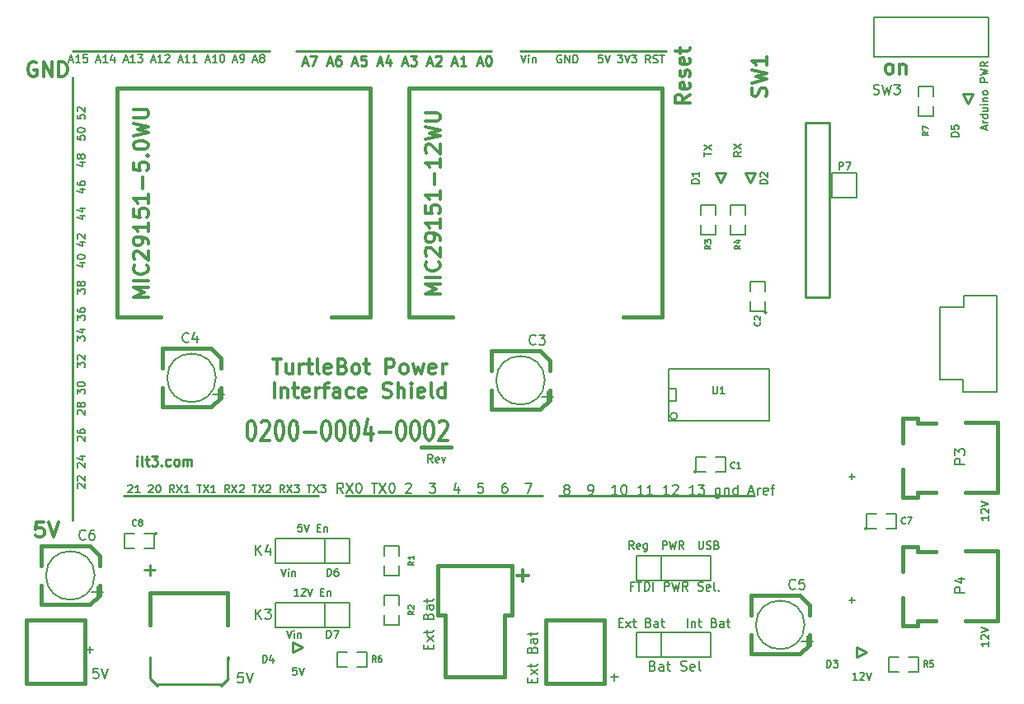
<source format=gto>
G04 (created by PCBNEW (2011-nov-30)-testing) date Thu 04 Oct 2012 05:09:08 PM EDT*
%MOIN*%
G04 Gerber Fmt 3.4, Leading zero omitted, Abs format*
%FSLAX34Y34*%
G01*
G70*
G90*
G04 APERTURE LIST*
%ADD10C,0.006*%
%ADD11C,0.015*%
%ADD12C,0.0117*%
%ADD13C,0.0097*%
%ADD14C,0.0079*%
%ADD15C,0.012*%
%ADD16C,0.0109*%
%ADD17C,0.005*%
%ADD18C,0.011*%
%ADD19C,0.0078*%
%ADD20C,0.0075*%
%ADD21C,0.0069*%
%ADD22C,0.0098*%
%ADD23C,0.0062*%
%ADD24C,0.008*%
G04 APERTURE END LIST*
G54D10*
G54D11*
X16600Y9700D02*
X17800Y9700D01*
G54D12*
X10586Y13257D02*
X10929Y13257D01*
X10758Y12657D02*
X10758Y13257D01*
X11386Y13057D02*
X11386Y12657D01*
X11129Y13057D02*
X11129Y12743D01*
X11157Y12686D01*
X11215Y12657D01*
X11300Y12657D01*
X11357Y12686D01*
X11386Y12714D01*
X11672Y12657D02*
X11672Y13057D01*
X11672Y12943D02*
X11700Y13000D01*
X11729Y13029D01*
X11786Y13057D01*
X11843Y13057D01*
X11957Y13057D02*
X12186Y13057D01*
X12043Y13257D02*
X12043Y12743D01*
X12071Y12686D01*
X12129Y12657D01*
X12186Y12657D01*
X12472Y12657D02*
X12414Y12686D01*
X12386Y12743D01*
X12386Y13257D01*
X12928Y12686D02*
X12871Y12657D01*
X12757Y12657D01*
X12700Y12686D01*
X12671Y12743D01*
X12671Y12971D01*
X12700Y13029D01*
X12757Y13057D01*
X12871Y13057D01*
X12928Y13029D01*
X12957Y12971D01*
X12957Y12914D01*
X12671Y12857D01*
X13414Y12971D02*
X13500Y12943D01*
X13528Y12914D01*
X13557Y12857D01*
X13557Y12771D01*
X13528Y12714D01*
X13500Y12686D01*
X13442Y12657D01*
X13214Y12657D01*
X13214Y13257D01*
X13414Y13257D01*
X13471Y13229D01*
X13500Y13200D01*
X13528Y13143D01*
X13528Y13086D01*
X13500Y13029D01*
X13471Y13000D01*
X13414Y12971D01*
X13214Y12971D01*
X13900Y12657D02*
X13842Y12686D01*
X13814Y12714D01*
X13785Y12771D01*
X13785Y12943D01*
X13814Y13000D01*
X13842Y13029D01*
X13900Y13057D01*
X13985Y13057D01*
X14042Y13029D01*
X14071Y13000D01*
X14100Y12943D01*
X14100Y12771D01*
X14071Y12714D01*
X14042Y12686D01*
X13985Y12657D01*
X13900Y12657D01*
X14271Y13057D02*
X14500Y13057D01*
X14357Y13257D02*
X14357Y12743D01*
X14385Y12686D01*
X14443Y12657D01*
X14500Y12657D01*
X15157Y12657D02*
X15157Y13257D01*
X15385Y13257D01*
X15443Y13229D01*
X15471Y13200D01*
X15500Y13143D01*
X15500Y13057D01*
X15471Y13000D01*
X15443Y12971D01*
X15385Y12943D01*
X15157Y12943D01*
X15843Y12657D02*
X15785Y12686D01*
X15757Y12714D01*
X15728Y12771D01*
X15728Y12943D01*
X15757Y13000D01*
X15785Y13029D01*
X15843Y13057D01*
X15928Y13057D01*
X15985Y13029D01*
X16014Y13000D01*
X16043Y12943D01*
X16043Y12771D01*
X16014Y12714D01*
X15985Y12686D01*
X15928Y12657D01*
X15843Y12657D01*
X16243Y13057D02*
X16357Y12657D01*
X16471Y12943D01*
X16586Y12657D01*
X16700Y13057D01*
X17157Y12686D02*
X17100Y12657D01*
X16986Y12657D01*
X16929Y12686D01*
X16900Y12743D01*
X16900Y12971D01*
X16929Y13029D01*
X16986Y13057D01*
X17100Y13057D01*
X17157Y13029D01*
X17186Y12971D01*
X17186Y12914D01*
X16900Y12857D01*
X17443Y12657D02*
X17443Y13057D01*
X17443Y12943D02*
X17471Y13000D01*
X17500Y13029D01*
X17557Y13057D01*
X17614Y13057D01*
X10644Y11700D02*
X10644Y12300D01*
X10930Y12100D02*
X10930Y11700D01*
X10930Y12043D02*
X10958Y12072D01*
X11016Y12100D01*
X11101Y12100D01*
X11158Y12072D01*
X11187Y12014D01*
X11187Y11700D01*
X11387Y12100D02*
X11616Y12100D01*
X11473Y12300D02*
X11473Y11786D01*
X11501Y11729D01*
X11559Y11700D01*
X11616Y11700D01*
X12044Y11729D02*
X11987Y11700D01*
X11873Y11700D01*
X11816Y11729D01*
X11787Y11786D01*
X11787Y12014D01*
X11816Y12072D01*
X11873Y12100D01*
X11987Y12100D01*
X12044Y12072D01*
X12073Y12014D01*
X12073Y11957D01*
X11787Y11900D01*
X12330Y11700D02*
X12330Y12100D01*
X12330Y11986D02*
X12358Y12043D01*
X12387Y12072D01*
X12444Y12100D01*
X12501Y12100D01*
X12615Y12100D02*
X12844Y12100D01*
X12701Y11700D02*
X12701Y12214D01*
X12729Y12272D01*
X12787Y12300D01*
X12844Y12300D01*
X13301Y11700D02*
X13301Y12014D01*
X13272Y12072D01*
X13215Y12100D01*
X13101Y12100D01*
X13044Y12072D01*
X13301Y11729D02*
X13244Y11700D01*
X13101Y11700D01*
X13044Y11729D01*
X13015Y11786D01*
X13015Y11843D01*
X13044Y11900D01*
X13101Y11929D01*
X13244Y11929D01*
X13301Y11957D01*
X13844Y11729D02*
X13787Y11700D01*
X13673Y11700D01*
X13615Y11729D01*
X13587Y11757D01*
X13558Y11814D01*
X13558Y11986D01*
X13587Y12043D01*
X13615Y12072D01*
X13673Y12100D01*
X13787Y12100D01*
X13844Y12072D01*
X14329Y11729D02*
X14272Y11700D01*
X14158Y11700D01*
X14101Y11729D01*
X14072Y11786D01*
X14072Y12014D01*
X14101Y12072D01*
X14158Y12100D01*
X14272Y12100D01*
X14329Y12072D01*
X14358Y12014D01*
X14358Y11957D01*
X14072Y11900D01*
X15043Y11729D02*
X15129Y11700D01*
X15272Y11700D01*
X15329Y11729D01*
X15358Y11757D01*
X15386Y11814D01*
X15386Y11872D01*
X15358Y11929D01*
X15329Y11957D01*
X15272Y11986D01*
X15158Y12014D01*
X15100Y12043D01*
X15072Y12072D01*
X15043Y12129D01*
X15043Y12186D01*
X15072Y12243D01*
X15100Y12272D01*
X15158Y12300D01*
X15300Y12300D01*
X15386Y12272D01*
X15643Y11700D02*
X15643Y12300D01*
X15900Y11700D02*
X15900Y12014D01*
X15871Y12072D01*
X15814Y12100D01*
X15729Y12100D01*
X15671Y12072D01*
X15643Y12043D01*
X16186Y11700D02*
X16186Y12100D01*
X16186Y12300D02*
X16157Y12272D01*
X16186Y12243D01*
X16214Y12272D01*
X16186Y12300D01*
X16186Y12243D01*
X16700Y11729D02*
X16643Y11700D01*
X16529Y11700D01*
X16472Y11729D01*
X16443Y11786D01*
X16443Y12014D01*
X16472Y12072D01*
X16529Y12100D01*
X16643Y12100D01*
X16700Y12072D01*
X16729Y12014D01*
X16729Y11957D01*
X16443Y11900D01*
X17072Y11700D02*
X17014Y11729D01*
X16986Y11786D01*
X16986Y12300D01*
X17557Y11700D02*
X17557Y12300D01*
X17557Y11729D02*
X17500Y11700D01*
X17386Y11700D01*
X17328Y11729D01*
X17300Y11757D01*
X17271Y11814D01*
X17271Y11986D01*
X17300Y12043D01*
X17328Y12072D01*
X17386Y12100D01*
X17500Y12100D01*
X17557Y12072D01*
G54D13*
X5098Y8941D02*
X5098Y9203D01*
X5098Y9333D02*
X5080Y9315D01*
X5098Y9296D01*
X5117Y9315D01*
X5098Y9333D01*
X5098Y9296D01*
X5341Y8941D02*
X5304Y8960D01*
X5285Y8997D01*
X5285Y9333D01*
X5434Y9203D02*
X5584Y9203D01*
X5490Y9333D02*
X5490Y8997D01*
X5509Y8960D01*
X5546Y8941D01*
X5584Y8941D01*
X5677Y9333D02*
X5920Y9333D01*
X5789Y9184D01*
X5845Y9184D01*
X5882Y9165D01*
X5901Y9147D01*
X5920Y9109D01*
X5920Y9016D01*
X5901Y8979D01*
X5882Y8960D01*
X5845Y8941D01*
X5733Y8941D01*
X5696Y8960D01*
X5677Y8979D01*
X6087Y8979D02*
X6106Y8960D01*
X6087Y8941D01*
X6069Y8960D01*
X6087Y8979D01*
X6087Y8941D01*
X6442Y8960D02*
X6405Y8941D01*
X6330Y8941D01*
X6293Y8960D01*
X6274Y8979D01*
X6256Y9016D01*
X6256Y9128D01*
X6274Y9165D01*
X6293Y9184D01*
X6330Y9203D01*
X6405Y9203D01*
X6442Y9184D01*
X6666Y8941D02*
X6629Y8960D01*
X6610Y8979D01*
X6592Y9016D01*
X6592Y9128D01*
X6610Y9165D01*
X6629Y9184D01*
X6666Y9203D01*
X6722Y9203D01*
X6760Y9184D01*
X6778Y9165D01*
X6797Y9128D01*
X6797Y9016D01*
X6778Y8979D01*
X6760Y8960D01*
X6722Y8941D01*
X6666Y8941D01*
X6965Y8941D02*
X6965Y9203D01*
X6965Y9165D02*
X6984Y9184D01*
X7021Y9203D01*
X7077Y9203D01*
X7115Y9184D01*
X7133Y9147D01*
X7133Y8941D01*
X7133Y9147D02*
X7152Y9184D01*
X7189Y9203D01*
X7245Y9203D01*
X7283Y9184D01*
X7301Y9147D01*
X7301Y8941D01*
G54D14*
X17043Y9073D02*
X16939Y9222D01*
X16864Y9073D02*
X16864Y9387D01*
X16983Y9387D01*
X17013Y9372D01*
X17028Y9357D01*
X17043Y9327D01*
X17043Y9282D01*
X17028Y9252D01*
X17013Y9237D01*
X16983Y9222D01*
X16864Y9222D01*
X17297Y9088D02*
X17267Y9073D01*
X17208Y9073D01*
X17178Y9088D01*
X17163Y9118D01*
X17163Y9237D01*
X17178Y9267D01*
X17208Y9282D01*
X17267Y9282D01*
X17297Y9267D01*
X17312Y9237D01*
X17312Y9207D01*
X17163Y9178D01*
X17417Y9282D02*
X17492Y9073D01*
X17566Y9282D01*
G54D15*
X9688Y10776D02*
X9745Y10776D01*
X9802Y10738D01*
X9831Y10700D01*
X9860Y10624D01*
X9888Y10471D01*
X9888Y10281D01*
X9860Y10129D01*
X9831Y10052D01*
X9802Y10014D01*
X9745Y9976D01*
X9688Y9976D01*
X9631Y10014D01*
X9602Y10052D01*
X9574Y10129D01*
X9545Y10281D01*
X9545Y10471D01*
X9574Y10624D01*
X9602Y10700D01*
X9631Y10738D01*
X9688Y10776D01*
X10116Y10700D02*
X10145Y10738D01*
X10202Y10776D01*
X10345Y10776D01*
X10402Y10738D01*
X10431Y10700D01*
X10459Y10624D01*
X10459Y10548D01*
X10431Y10433D01*
X10088Y9976D01*
X10459Y9976D01*
X10830Y10776D02*
X10887Y10776D01*
X10944Y10738D01*
X10973Y10700D01*
X11002Y10624D01*
X11030Y10471D01*
X11030Y10281D01*
X11002Y10129D01*
X10973Y10052D01*
X10944Y10014D01*
X10887Y9976D01*
X10830Y9976D01*
X10773Y10014D01*
X10744Y10052D01*
X10716Y10129D01*
X10687Y10281D01*
X10687Y10471D01*
X10716Y10624D01*
X10744Y10700D01*
X10773Y10738D01*
X10830Y10776D01*
X11401Y10776D02*
X11458Y10776D01*
X11515Y10738D01*
X11544Y10700D01*
X11573Y10624D01*
X11601Y10471D01*
X11601Y10281D01*
X11573Y10129D01*
X11544Y10052D01*
X11515Y10014D01*
X11458Y9976D01*
X11401Y9976D01*
X11344Y10014D01*
X11315Y10052D01*
X11287Y10129D01*
X11258Y10281D01*
X11258Y10471D01*
X11287Y10624D01*
X11315Y10700D01*
X11344Y10738D01*
X11401Y10776D01*
X11858Y10281D02*
X12315Y10281D01*
X12715Y10776D02*
X12772Y10776D01*
X12829Y10738D01*
X12858Y10700D01*
X12887Y10624D01*
X12915Y10471D01*
X12915Y10281D01*
X12887Y10129D01*
X12858Y10052D01*
X12829Y10014D01*
X12772Y9976D01*
X12715Y9976D01*
X12658Y10014D01*
X12629Y10052D01*
X12601Y10129D01*
X12572Y10281D01*
X12572Y10471D01*
X12601Y10624D01*
X12629Y10700D01*
X12658Y10738D01*
X12715Y10776D01*
X13286Y10776D02*
X13343Y10776D01*
X13400Y10738D01*
X13429Y10700D01*
X13458Y10624D01*
X13486Y10471D01*
X13486Y10281D01*
X13458Y10129D01*
X13429Y10052D01*
X13400Y10014D01*
X13343Y9976D01*
X13286Y9976D01*
X13229Y10014D01*
X13200Y10052D01*
X13172Y10129D01*
X13143Y10281D01*
X13143Y10471D01*
X13172Y10624D01*
X13200Y10700D01*
X13229Y10738D01*
X13286Y10776D01*
X13857Y10776D02*
X13914Y10776D01*
X13971Y10738D01*
X14000Y10700D01*
X14029Y10624D01*
X14057Y10471D01*
X14057Y10281D01*
X14029Y10129D01*
X14000Y10052D01*
X13971Y10014D01*
X13914Y9976D01*
X13857Y9976D01*
X13800Y10014D01*
X13771Y10052D01*
X13743Y10129D01*
X13714Y10281D01*
X13714Y10471D01*
X13743Y10624D01*
X13771Y10700D01*
X13800Y10738D01*
X13857Y10776D01*
X14571Y10510D02*
X14571Y9976D01*
X14428Y10814D02*
X14285Y10243D01*
X14657Y10243D01*
X14885Y10281D02*
X15342Y10281D01*
X15742Y10776D02*
X15799Y10776D01*
X15856Y10738D01*
X15885Y10700D01*
X15914Y10624D01*
X15942Y10471D01*
X15942Y10281D01*
X15914Y10129D01*
X15885Y10052D01*
X15856Y10014D01*
X15799Y9976D01*
X15742Y9976D01*
X15685Y10014D01*
X15656Y10052D01*
X15628Y10129D01*
X15599Y10281D01*
X15599Y10471D01*
X15628Y10624D01*
X15656Y10700D01*
X15685Y10738D01*
X15742Y10776D01*
X16313Y10776D02*
X16370Y10776D01*
X16427Y10738D01*
X16456Y10700D01*
X16485Y10624D01*
X16513Y10471D01*
X16513Y10281D01*
X16485Y10129D01*
X16456Y10052D01*
X16427Y10014D01*
X16370Y9976D01*
X16313Y9976D01*
X16256Y10014D01*
X16227Y10052D01*
X16199Y10129D01*
X16170Y10281D01*
X16170Y10471D01*
X16199Y10624D01*
X16227Y10700D01*
X16256Y10738D01*
X16313Y10776D01*
X16884Y10776D02*
X16941Y10776D01*
X16998Y10738D01*
X17027Y10700D01*
X17056Y10624D01*
X17084Y10471D01*
X17084Y10281D01*
X17056Y10129D01*
X17027Y10052D01*
X16998Y10014D01*
X16941Y9976D01*
X16884Y9976D01*
X16827Y10014D01*
X16798Y10052D01*
X16770Y10129D01*
X16741Y10281D01*
X16741Y10471D01*
X16770Y10624D01*
X16798Y10700D01*
X16827Y10738D01*
X16884Y10776D01*
X17312Y10700D02*
X17341Y10738D01*
X17398Y10776D01*
X17541Y10776D01*
X17598Y10738D01*
X17627Y10700D01*
X17655Y10624D01*
X17655Y10548D01*
X17627Y10433D01*
X17284Y9976D01*
X17655Y9976D01*
G54D10*
X13700Y3400D02*
X13700Y2400D01*
X13700Y2400D02*
X10700Y2400D01*
X10700Y2400D02*
X10700Y3400D01*
X10700Y3400D02*
X13700Y3400D01*
X12700Y2400D02*
X12700Y3400D01*
X13700Y6000D02*
X13700Y5000D01*
X13700Y5000D02*
X10700Y5000D01*
X10700Y5000D02*
X10700Y6000D01*
X10700Y6000D02*
X13700Y6000D01*
X12700Y5000D02*
X12700Y6000D01*
G54D11*
X19958Y398D02*
X19958Y2898D01*
X19958Y2898D02*
X20258Y2898D01*
X20258Y2898D02*
X20258Y4898D01*
X20258Y4898D02*
X17258Y4898D01*
X17258Y4898D02*
X17258Y2898D01*
X17258Y2898D02*
X17558Y2898D01*
X17558Y2898D02*
X17558Y398D01*
X17558Y398D02*
X19958Y398D01*
X36050Y8800D02*
X36050Y7650D01*
X36050Y7650D02*
X36650Y7650D01*
X36650Y7650D02*
X36650Y7850D01*
X36650Y7850D02*
X37400Y7850D01*
X36650Y10650D02*
X37400Y10650D01*
X36650Y10650D02*
X36650Y10850D01*
X36650Y10850D02*
X36050Y10850D01*
X36050Y10850D02*
X36050Y9850D01*
X38600Y10700D02*
X39900Y10700D01*
X39900Y10700D02*
X39900Y7850D01*
X39900Y7850D02*
X38600Y7850D01*
X36050Y3600D02*
X36050Y2450D01*
X36050Y2450D02*
X36650Y2450D01*
X36650Y2450D02*
X36650Y2650D01*
X36650Y2650D02*
X37400Y2650D01*
X36650Y5450D02*
X37400Y5450D01*
X36650Y5450D02*
X36650Y5650D01*
X36650Y5650D02*
X36050Y5650D01*
X36050Y5650D02*
X36050Y4650D01*
X38600Y5500D02*
X39900Y5500D01*
X39900Y5500D02*
X39900Y2650D01*
X39900Y2650D02*
X38600Y2650D01*
G54D16*
X34200Y1600D02*
X34600Y1400D01*
X34600Y1400D02*
X34200Y1200D01*
X34200Y1200D02*
X34200Y1600D01*
X11400Y1800D02*
X11800Y1600D01*
X11800Y1600D02*
X11400Y1400D01*
X11400Y1400D02*
X11400Y1800D01*
X30100Y20800D02*
X29900Y20400D01*
X29900Y20400D02*
X29700Y20800D01*
X29700Y20800D02*
X30100Y20800D01*
X28900Y20800D02*
X28700Y20400D01*
X28700Y20400D02*
X28500Y20800D01*
X28500Y20800D02*
X28900Y20800D01*
G54D10*
X34878Y25513D02*
X34878Y27087D01*
X34878Y27087D02*
X39522Y27087D01*
X39522Y27087D02*
X39522Y25513D01*
X39522Y25513D02*
X34878Y25513D01*
G54D17*
X15100Y5300D02*
X15100Y5700D01*
X15100Y5700D02*
X15700Y5700D01*
X15700Y5700D02*
X15700Y5300D01*
X15700Y4900D02*
X15700Y4500D01*
X15700Y4500D02*
X15100Y4500D01*
X15100Y4500D02*
X15100Y4900D01*
X15100Y3300D02*
X15100Y3700D01*
X15100Y3700D02*
X15700Y3700D01*
X15700Y3700D02*
X15700Y3300D01*
X15700Y2900D02*
X15700Y2500D01*
X15700Y2500D02*
X15100Y2500D01*
X15100Y2500D02*
X15100Y2900D01*
G54D16*
X5389Y4735D02*
X5822Y4735D01*
X5625Y4931D02*
X5625Y4498D01*
X8480Y30D02*
X8775Y325D01*
X5921Y30D02*
X5626Y325D01*
X5626Y326D02*
X5626Y1211D01*
X5921Y89D02*
X8479Y89D01*
X8774Y326D02*
X8774Y1211D01*
X8775Y1211D02*
X8775Y1113D01*
G54D11*
X5626Y2500D02*
X5626Y3799D01*
X5626Y3799D02*
X8774Y3799D01*
X8774Y3799D02*
X8774Y2500D01*
X21200Y24228D02*
X26318Y24228D01*
X26318Y24228D02*
X26318Y14976D01*
X26318Y14976D02*
X24743Y14976D01*
X21200Y24228D02*
X16082Y24228D01*
X16082Y24228D02*
X16082Y14976D01*
X16082Y14976D02*
X17657Y14976D01*
X17657Y14976D02*
X17854Y14976D01*
G54D18*
X32108Y15757D02*
X33092Y15757D01*
G54D16*
X33092Y15758D02*
X33092Y22842D01*
G54D18*
X33092Y22842D02*
X32108Y22842D01*
G54D16*
X32108Y22842D02*
X32108Y15758D01*
X19413Y25733D02*
X11539Y25733D01*
X26500Y25733D02*
X20594Y25733D01*
X2484Y25733D02*
X10457Y25733D01*
X2484Y6737D02*
X2484Y24650D01*
X12425Y7721D02*
X4551Y7721D01*
X21480Y7721D02*
X13508Y7721D01*
X30043Y7721D02*
X22169Y7721D01*
G54D11*
X21619Y2681D02*
X21619Y122D01*
X21619Y122D02*
X23981Y122D01*
X23981Y122D02*
X23981Y2681D01*
X23981Y2681D02*
X21619Y2681D01*
G54D17*
X26941Y10950D02*
G75*
G03X26941Y10950I-141J0D01*
G74*
G01*
X26600Y12050D02*
X26900Y12050D01*
X26900Y12050D02*
X26900Y11550D01*
X26900Y11550D02*
X26600Y11550D01*
X30650Y10750D02*
X26600Y10750D01*
X26600Y12850D02*
X30650Y12850D01*
X26600Y12850D02*
X26600Y10750D01*
X30650Y12850D02*
X30650Y10750D01*
G54D11*
X619Y2681D02*
X619Y122D01*
X619Y122D02*
X2981Y122D01*
X2981Y122D02*
X2981Y2681D01*
X2981Y2681D02*
X619Y2681D01*
G54D10*
X25300Y4300D02*
X25300Y5300D01*
X25300Y5300D02*
X28300Y5300D01*
X28300Y5300D02*
X28300Y4300D01*
X28300Y4300D02*
X25300Y4300D01*
X26300Y5300D02*
X26300Y4300D01*
X25300Y1200D02*
X25300Y2200D01*
X25300Y2200D02*
X28300Y2200D01*
X28300Y2200D02*
X28300Y1200D01*
X28300Y1200D02*
X25300Y1200D01*
X26300Y2200D02*
X26300Y1200D01*
G54D17*
X5900Y6200D02*
G75*
G03X5900Y6200I-50J0D01*
G74*
G01*
X5400Y6200D02*
X5800Y6200D01*
X5800Y6200D02*
X5800Y5600D01*
X5800Y5600D02*
X5400Y5600D01*
X5000Y5600D02*
X4600Y5600D01*
X4600Y5600D02*
X4600Y6200D01*
X4600Y6200D02*
X5000Y6200D01*
X30550Y15150D02*
G75*
G03X30550Y15150I-50J0D01*
G74*
G01*
X30500Y15600D02*
X30500Y15200D01*
X30500Y15200D02*
X29900Y15200D01*
X29900Y15200D02*
X29900Y15600D01*
X29900Y16000D02*
X29900Y16400D01*
X29900Y16400D02*
X30500Y16400D01*
X30500Y16400D02*
X30500Y16000D01*
X27700Y8700D02*
G75*
G03X27700Y8700I-50J0D01*
G74*
G01*
X28100Y8700D02*
X27700Y8700D01*
X27700Y8700D02*
X27700Y9300D01*
X27700Y9300D02*
X28100Y9300D01*
X28500Y9300D02*
X28900Y9300D01*
X28900Y9300D02*
X28900Y8700D01*
X28900Y8700D02*
X28500Y8700D01*
X34600Y6400D02*
G75*
G03X34600Y6400I-50J0D01*
G74*
G01*
X35000Y6400D02*
X34600Y6400D01*
X34600Y6400D02*
X34600Y7000D01*
X34600Y7000D02*
X35000Y7000D01*
X35400Y7000D02*
X35800Y7000D01*
X35800Y7000D02*
X35800Y6400D01*
X35800Y6400D02*
X35400Y6400D01*
G54D11*
X9400Y24228D02*
X14518Y24228D01*
X14518Y24228D02*
X14518Y14976D01*
X14518Y14976D02*
X12943Y14976D01*
X9400Y24228D02*
X4282Y24228D01*
X4282Y24228D02*
X4282Y14976D01*
X4282Y14976D02*
X5857Y14976D01*
X5857Y14976D02*
X6054Y14976D01*
X32281Y2894D02*
X32281Y3287D01*
X32281Y3287D02*
X31887Y3681D01*
X31887Y3681D02*
X29919Y3681D01*
X29919Y3681D02*
X29919Y2894D01*
X29919Y2106D02*
X29919Y1319D01*
X29919Y1319D02*
X31887Y1319D01*
X31887Y1319D02*
X32281Y1713D01*
X32281Y1713D02*
X32281Y2106D01*
G54D19*
X32084Y2500D02*
G75*
G03X32084Y2500I-984J0D01*
G74*
G01*
G54D11*
X8481Y12894D02*
X8481Y13287D01*
X8481Y13287D02*
X8087Y13681D01*
X8087Y13681D02*
X6119Y13681D01*
X6119Y13681D02*
X6119Y12894D01*
X6119Y12106D02*
X6119Y11319D01*
X6119Y11319D02*
X8087Y11319D01*
X8087Y11319D02*
X8481Y11713D01*
X8481Y11713D02*
X8481Y12106D01*
G54D19*
X8284Y12500D02*
G75*
G03X8284Y12500I-984J0D01*
G74*
G01*
G54D11*
X21781Y12794D02*
X21781Y13187D01*
X21781Y13187D02*
X21387Y13581D01*
X21387Y13581D02*
X19419Y13581D01*
X19419Y13581D02*
X19419Y12794D01*
X19419Y12006D02*
X19419Y11219D01*
X19419Y11219D02*
X21387Y11219D01*
X21387Y11219D02*
X21781Y11613D01*
X21781Y11613D02*
X21781Y12006D01*
G54D19*
X21584Y12400D02*
G75*
G03X21584Y12400I-984J0D01*
G74*
G01*
G54D11*
X3581Y4894D02*
X3581Y5287D01*
X3581Y5287D02*
X3187Y5681D01*
X3187Y5681D02*
X1219Y5681D01*
X1219Y5681D02*
X1219Y4894D01*
X1219Y4106D02*
X1219Y3319D01*
X1219Y3319D02*
X3187Y3319D01*
X3187Y3319D02*
X3581Y3713D01*
X3581Y3713D02*
X3581Y4106D01*
G54D19*
X3384Y4500D02*
G75*
G03X3384Y4500I-984J0D01*
G74*
G01*
G54D10*
X34200Y19800D02*
X33200Y19800D01*
X33200Y20800D02*
X34200Y20800D01*
X33200Y19800D02*
X33200Y20800D01*
X34200Y20800D02*
X34200Y19800D01*
G54D17*
X27900Y19100D02*
X27900Y19500D01*
X27900Y19500D02*
X28500Y19500D01*
X28500Y19500D02*
X28500Y19100D01*
X28500Y18700D02*
X28500Y18300D01*
X28500Y18300D02*
X27900Y18300D01*
X27900Y18300D02*
X27900Y18700D01*
X29100Y19100D02*
X29100Y19500D01*
X29100Y19500D02*
X29700Y19500D01*
X29700Y19500D02*
X29700Y19100D01*
X29700Y18700D02*
X29700Y18300D01*
X29700Y18300D02*
X29100Y18300D01*
X29100Y18300D02*
X29100Y18700D01*
X35900Y600D02*
X35500Y600D01*
X35500Y600D02*
X35500Y1200D01*
X35500Y1200D02*
X35900Y1200D01*
X36300Y1200D02*
X36700Y1200D01*
X36700Y1200D02*
X36700Y600D01*
X36700Y600D02*
X36300Y600D01*
X37300Y23500D02*
X37300Y23100D01*
X37300Y23100D02*
X36700Y23100D01*
X36700Y23100D02*
X36700Y23500D01*
X36700Y23900D02*
X36700Y24300D01*
X36700Y24300D02*
X37300Y24300D01*
X37300Y24300D02*
X37300Y23900D01*
X13600Y800D02*
X13200Y800D01*
X13200Y800D02*
X13200Y1400D01*
X13200Y1400D02*
X13600Y1400D01*
X14000Y1400D02*
X14400Y1400D01*
X14400Y1400D02*
X14400Y800D01*
X14400Y800D02*
X14000Y800D01*
G54D16*
X38900Y24000D02*
X38700Y23600D01*
X38700Y23600D02*
X38500Y24000D01*
X38500Y24000D02*
X38900Y24000D01*
G54D14*
X39869Y11931D02*
X39869Y15829D01*
X39869Y15829D02*
X38531Y15829D01*
X38531Y15829D02*
X38531Y15357D01*
X38531Y15357D02*
X37546Y15357D01*
X37546Y15357D02*
X37546Y12443D01*
X37546Y12443D02*
X38491Y12443D01*
X38491Y12443D02*
X38491Y11931D01*
X38491Y11931D02*
X39869Y11931D01*
G54D10*
X9905Y2738D02*
X9905Y3138D01*
X10134Y2738D02*
X9962Y2967D01*
X10134Y3138D02*
X9905Y2910D01*
X10267Y3138D02*
X10515Y3138D01*
X10381Y2986D01*
X10439Y2986D01*
X10477Y2967D01*
X10496Y2948D01*
X10515Y2910D01*
X10515Y2814D01*
X10496Y2776D01*
X10477Y2757D01*
X10439Y2738D01*
X10324Y2738D01*
X10286Y2757D01*
X10267Y2776D01*
G54D20*
X11143Y2279D02*
X11243Y1979D01*
X11343Y2279D01*
X11442Y1979D02*
X11442Y2179D01*
X11442Y2279D02*
X11428Y2264D01*
X11442Y2250D01*
X11457Y2264D01*
X11442Y2279D01*
X11442Y2250D01*
X11585Y2179D02*
X11585Y1979D01*
X11585Y2150D02*
X11600Y2164D01*
X11628Y2179D01*
X11671Y2179D01*
X11700Y2164D01*
X11714Y2136D01*
X11714Y1979D01*
X12772Y1979D02*
X12772Y2279D01*
X12844Y2279D01*
X12887Y2264D01*
X12915Y2236D01*
X12930Y2207D01*
X12944Y2150D01*
X12944Y2107D01*
X12930Y2050D01*
X12915Y2021D01*
X12887Y1993D01*
X12844Y1979D01*
X12772Y1979D01*
X13044Y2279D02*
X13244Y2279D01*
X13115Y1979D01*
X11629Y3679D02*
X11457Y3679D01*
X11543Y3679D02*
X11543Y3979D01*
X11514Y3936D01*
X11486Y3907D01*
X11457Y3893D01*
X11743Y3950D02*
X11757Y3964D01*
X11786Y3979D01*
X11857Y3979D01*
X11886Y3964D01*
X11900Y3950D01*
X11915Y3921D01*
X11915Y3893D01*
X11900Y3850D01*
X11729Y3679D01*
X11915Y3679D01*
X12001Y3979D02*
X12101Y3679D01*
X12201Y3979D01*
X12529Y3836D02*
X12629Y3836D01*
X12672Y3679D02*
X12529Y3679D01*
X12529Y3979D01*
X12672Y3979D01*
X12800Y3879D02*
X12800Y3679D01*
X12800Y3850D02*
X12815Y3864D01*
X12843Y3879D01*
X12886Y3879D01*
X12915Y3864D01*
X12929Y3836D01*
X12929Y3679D01*
G54D10*
X9905Y5338D02*
X9905Y5738D01*
X10134Y5338D02*
X9962Y5567D01*
X10134Y5738D02*
X9905Y5510D01*
X10477Y5605D02*
X10477Y5338D01*
X10381Y5757D02*
X10286Y5471D01*
X10534Y5471D01*
G54D20*
X10928Y4779D02*
X11028Y4479D01*
X11128Y4779D01*
X11227Y4479D02*
X11227Y4679D01*
X11227Y4779D02*
X11213Y4764D01*
X11227Y4750D01*
X11242Y4764D01*
X11227Y4779D01*
X11227Y4750D01*
X11370Y4679D02*
X11370Y4479D01*
X11370Y4650D02*
X11385Y4664D01*
X11413Y4679D01*
X11456Y4679D01*
X11485Y4664D01*
X11499Y4636D01*
X11499Y4479D01*
X12786Y4479D02*
X12786Y4779D01*
X12858Y4779D01*
X12901Y4764D01*
X12929Y4736D01*
X12944Y4707D01*
X12958Y4650D01*
X12958Y4607D01*
X12944Y4550D01*
X12929Y4521D01*
X12901Y4493D01*
X12858Y4479D01*
X12786Y4479D01*
X13215Y4779D02*
X13158Y4779D01*
X13129Y4764D01*
X13115Y4750D01*
X13086Y4707D01*
X13072Y4650D01*
X13072Y4536D01*
X13086Y4507D01*
X13101Y4493D01*
X13129Y4479D01*
X13186Y4479D01*
X13215Y4493D01*
X13229Y4507D01*
X13244Y4536D01*
X13244Y4607D01*
X13229Y4636D01*
X13215Y4650D01*
X13186Y4664D01*
X13129Y4664D01*
X13101Y4650D01*
X13086Y4636D01*
X13072Y4607D01*
X11757Y6579D02*
X11614Y6579D01*
X11600Y6436D01*
X11614Y6450D01*
X11643Y6464D01*
X11714Y6464D01*
X11743Y6450D01*
X11757Y6436D01*
X11772Y6407D01*
X11772Y6336D01*
X11757Y6307D01*
X11743Y6293D01*
X11714Y6279D01*
X11643Y6279D01*
X11614Y6293D01*
X11600Y6307D01*
X11858Y6579D02*
X11958Y6279D01*
X12058Y6579D01*
X12386Y6436D02*
X12486Y6436D01*
X12529Y6279D02*
X12386Y6279D01*
X12386Y6579D01*
X12529Y6579D01*
X12657Y6479D02*
X12657Y6279D01*
X12657Y6450D02*
X12672Y6464D01*
X12700Y6479D01*
X12743Y6479D01*
X12772Y6464D01*
X12786Y6436D01*
X12786Y6279D01*
G54D10*
X16871Y1523D02*
X16871Y1654D01*
X17077Y1710D02*
X17077Y1523D01*
X16684Y1523D01*
X16684Y1710D01*
X17077Y1841D02*
X16815Y2047D01*
X16815Y1841D02*
X17077Y2047D01*
X16815Y2140D02*
X16815Y2290D01*
X16684Y2197D02*
X17020Y2197D01*
X17058Y2215D01*
X17077Y2253D01*
X17077Y2290D01*
X16871Y2852D02*
X16889Y2908D01*
X16908Y2926D01*
X16946Y2945D01*
X17002Y2945D01*
X17039Y2926D01*
X17058Y2908D01*
X17077Y2870D01*
X17077Y2721D01*
X16684Y2721D01*
X16684Y2852D01*
X16702Y2889D01*
X16721Y2908D01*
X16758Y2926D01*
X16796Y2926D01*
X16833Y2908D01*
X16852Y2889D01*
X16871Y2852D01*
X16871Y2721D01*
X17077Y3282D02*
X16871Y3282D01*
X16833Y3263D01*
X16815Y3226D01*
X16815Y3151D01*
X16833Y3114D01*
X17058Y3282D02*
X17077Y3245D01*
X17077Y3151D01*
X17058Y3114D01*
X17020Y3095D01*
X16983Y3095D01*
X16946Y3114D01*
X16927Y3151D01*
X16927Y3245D01*
X16908Y3282D01*
X16815Y3413D02*
X16815Y3563D01*
X16684Y3470D02*
X17020Y3470D01*
X17058Y3488D01*
X17077Y3526D01*
X17077Y3563D01*
G54D15*
X20699Y4259D02*
X20699Y4716D01*
X20928Y4487D02*
X20471Y4487D01*
G54D17*
X38562Y9005D02*
X38162Y9005D01*
X38162Y9158D01*
X38181Y9196D01*
X38200Y9215D01*
X38238Y9234D01*
X38295Y9234D01*
X38333Y9215D01*
X38352Y9196D01*
X38371Y9158D01*
X38371Y9005D01*
X38162Y9367D02*
X38162Y9615D01*
X38314Y9481D01*
X38314Y9539D01*
X38333Y9577D01*
X38352Y9596D01*
X38390Y9615D01*
X38486Y9615D01*
X38524Y9596D01*
X38543Y9577D01*
X38562Y9539D01*
X38562Y9424D01*
X38543Y9386D01*
X38524Y9367D01*
G54D20*
X39521Y6915D02*
X39521Y6743D01*
X39521Y6829D02*
X39221Y6829D01*
X39264Y6800D01*
X39293Y6772D01*
X39307Y6743D01*
X39250Y7029D02*
X39236Y7043D01*
X39221Y7072D01*
X39221Y7143D01*
X39236Y7172D01*
X39250Y7186D01*
X39279Y7201D01*
X39307Y7201D01*
X39350Y7186D01*
X39521Y7015D01*
X39521Y7201D01*
X39221Y7287D02*
X39521Y7387D01*
X39221Y7487D01*
X34007Y8386D02*
X34007Y8615D01*
X34121Y8501D02*
X33893Y8501D01*
G54D15*
G54D17*
X38562Y3805D02*
X38162Y3805D01*
X38162Y3958D01*
X38181Y3996D01*
X38200Y4015D01*
X38238Y4034D01*
X38295Y4034D01*
X38333Y4015D01*
X38352Y3996D01*
X38371Y3958D01*
X38371Y3805D01*
X38295Y4377D02*
X38562Y4377D01*
X38143Y4281D02*
X38429Y4186D01*
X38429Y4434D01*
G54D20*
X39521Y1815D02*
X39521Y1643D01*
X39521Y1729D02*
X39221Y1729D01*
X39264Y1700D01*
X39293Y1672D01*
X39307Y1643D01*
X39250Y1929D02*
X39236Y1943D01*
X39221Y1972D01*
X39221Y2043D01*
X39236Y2072D01*
X39250Y2086D01*
X39279Y2101D01*
X39307Y2101D01*
X39350Y2086D01*
X39521Y1915D01*
X39521Y2101D01*
X39221Y2187D02*
X39521Y2287D01*
X39221Y2387D01*
X34007Y3386D02*
X34007Y3615D01*
X34121Y3501D02*
X33893Y3501D01*
G54D15*
G54D17*
X32978Y779D02*
X32978Y1079D01*
X33050Y1079D01*
X33093Y1064D01*
X33121Y1036D01*
X33136Y1007D01*
X33150Y950D01*
X33150Y907D01*
X33136Y850D01*
X33121Y821D01*
X33093Y793D01*
X33050Y779D01*
X32978Y779D01*
X33250Y1079D02*
X33436Y1079D01*
X33336Y964D01*
X33378Y964D01*
X33407Y950D01*
X33421Y936D01*
X33436Y907D01*
X33436Y836D01*
X33421Y807D01*
X33407Y793D01*
X33378Y779D01*
X33293Y779D01*
X33264Y793D01*
X33250Y807D01*
G54D20*
X34215Y279D02*
X34043Y279D01*
X34129Y279D02*
X34129Y579D01*
X34100Y536D01*
X34072Y507D01*
X34043Y493D01*
X34329Y550D02*
X34343Y564D01*
X34372Y579D01*
X34443Y579D01*
X34472Y564D01*
X34486Y550D01*
X34501Y521D01*
X34501Y493D01*
X34486Y450D01*
X34315Y279D01*
X34501Y279D01*
X34587Y579D02*
X34687Y279D01*
X34787Y579D01*
G54D17*
X10178Y979D02*
X10178Y1279D01*
X10250Y1279D01*
X10293Y1264D01*
X10321Y1236D01*
X10336Y1207D01*
X10350Y1150D01*
X10350Y1107D01*
X10336Y1050D01*
X10321Y1021D01*
X10293Y993D01*
X10250Y979D01*
X10178Y979D01*
X10607Y1179D02*
X10607Y979D01*
X10536Y1293D02*
X10464Y1079D01*
X10650Y1079D01*
G54D20*
X11543Y779D02*
X11400Y779D01*
X11386Y636D01*
X11400Y650D01*
X11429Y664D01*
X11500Y664D01*
X11529Y650D01*
X11543Y636D01*
X11558Y607D01*
X11558Y536D01*
X11543Y507D01*
X11529Y493D01*
X11500Y479D01*
X11429Y479D01*
X11400Y493D01*
X11386Y507D01*
X11644Y779D02*
X11744Y479D01*
X11844Y779D01*
G54D17*
X30581Y20358D02*
X30281Y20358D01*
X30281Y20430D01*
X30296Y20473D01*
X30324Y20501D01*
X30353Y20516D01*
X30410Y20530D01*
X30453Y20530D01*
X30510Y20516D01*
X30539Y20501D01*
X30567Y20473D01*
X30581Y20430D01*
X30581Y20358D01*
X30310Y20644D02*
X30296Y20658D01*
X30281Y20687D01*
X30281Y20758D01*
X30296Y20787D01*
X30310Y20801D01*
X30339Y20816D01*
X30367Y20816D01*
X30410Y20801D01*
X30581Y20630D01*
X30581Y20816D01*
G54D20*
X29521Y21650D02*
X29379Y21550D01*
X29521Y21478D02*
X29221Y21478D01*
X29221Y21593D01*
X29236Y21621D01*
X29250Y21636D01*
X29279Y21650D01*
X29321Y21650D01*
X29350Y21636D01*
X29364Y21621D01*
X29379Y21593D01*
X29379Y21478D01*
X29221Y21750D02*
X29521Y21950D01*
X29221Y21950D02*
X29521Y21750D01*
G54D17*
X27821Y20378D02*
X27521Y20378D01*
X27521Y20450D01*
X27536Y20493D01*
X27564Y20521D01*
X27593Y20536D01*
X27650Y20550D01*
X27693Y20550D01*
X27750Y20536D01*
X27779Y20521D01*
X27807Y20493D01*
X27821Y20450D01*
X27821Y20378D01*
X27821Y20836D02*
X27821Y20664D01*
X27821Y20750D02*
X27521Y20750D01*
X27564Y20721D01*
X27593Y20693D01*
X27607Y20664D01*
G54D20*
X28021Y21472D02*
X28021Y21643D01*
X28321Y21557D02*
X28021Y21557D01*
X28021Y21715D02*
X28321Y21915D01*
X28021Y21915D02*
X28321Y21715D01*
G54D15*
X30514Y23900D02*
X30543Y23986D01*
X30543Y24129D01*
X30514Y24186D01*
X30486Y24215D01*
X30429Y24243D01*
X30371Y24243D01*
X30314Y24215D01*
X30286Y24186D01*
X30257Y24129D01*
X30229Y24015D01*
X30200Y23957D01*
X30171Y23929D01*
X30114Y23900D01*
X30057Y23900D01*
X30000Y23929D01*
X29971Y23957D01*
X29943Y24015D01*
X29943Y24157D01*
X29971Y24243D01*
X29943Y24443D02*
X30543Y24586D01*
X30114Y24700D01*
X30543Y24814D01*
X29943Y24957D01*
X30543Y25500D02*
X30543Y25157D01*
X30543Y25329D02*
X29943Y25329D01*
X30029Y25272D01*
X30086Y25214D01*
X30114Y25157D01*
X27443Y23958D02*
X27157Y23758D01*
X27443Y23615D02*
X26843Y23615D01*
X26843Y23843D01*
X26871Y23901D01*
X26900Y23929D01*
X26957Y23958D01*
X27043Y23958D01*
X27100Y23929D01*
X27129Y23901D01*
X27157Y23843D01*
X27157Y23615D01*
X27414Y24443D02*
X27443Y24386D01*
X27443Y24272D01*
X27414Y24215D01*
X27357Y24186D01*
X27129Y24186D01*
X27071Y24215D01*
X27043Y24272D01*
X27043Y24386D01*
X27071Y24443D01*
X27129Y24472D01*
X27186Y24472D01*
X27243Y24186D01*
X27414Y24700D02*
X27443Y24757D01*
X27443Y24872D01*
X27414Y24929D01*
X27357Y24957D01*
X27329Y24957D01*
X27271Y24929D01*
X27243Y24872D01*
X27243Y24786D01*
X27214Y24729D01*
X27157Y24700D01*
X27129Y24700D01*
X27071Y24729D01*
X27043Y24786D01*
X27043Y24872D01*
X27071Y24929D01*
X27414Y25443D02*
X27443Y25386D01*
X27443Y25272D01*
X27414Y25215D01*
X27357Y25186D01*
X27129Y25186D01*
X27071Y25215D01*
X27043Y25272D01*
X27043Y25386D01*
X27071Y25443D01*
X27129Y25472D01*
X27186Y25472D01*
X27243Y25186D01*
X27043Y25643D02*
X27043Y25872D01*
X26843Y25729D02*
X27357Y25729D01*
X27414Y25757D01*
X27443Y25815D01*
X27443Y25872D01*
G54D10*
X34877Y23997D02*
X34934Y23978D01*
X35030Y23978D01*
X35068Y23997D01*
X35087Y24016D01*
X35106Y24054D01*
X35106Y24092D01*
X35087Y24130D01*
X35068Y24150D01*
X35030Y24169D01*
X34953Y24188D01*
X34915Y24207D01*
X34896Y24226D01*
X34877Y24264D01*
X34877Y24302D01*
X34896Y24340D01*
X34915Y24359D01*
X34953Y24378D01*
X35049Y24378D01*
X35106Y24359D01*
X35239Y24378D02*
X35334Y23978D01*
X35411Y24264D01*
X35487Y23978D01*
X35582Y24378D01*
X35696Y24378D02*
X35944Y24378D01*
X35810Y24226D01*
X35868Y24226D01*
X35906Y24207D01*
X35925Y24188D01*
X35944Y24150D01*
X35944Y24054D01*
X35925Y24016D01*
X35906Y23997D01*
X35868Y23978D01*
X35753Y23978D01*
X35715Y23997D01*
X35696Y24016D01*
G54D20*
X39408Y22564D02*
X39408Y22707D01*
X39493Y22536D02*
X39193Y22636D01*
X39493Y22736D01*
X39493Y22835D02*
X39293Y22835D01*
X39351Y22835D02*
X39322Y22850D01*
X39308Y22864D01*
X39293Y22893D01*
X39293Y22921D01*
X39493Y23150D02*
X39193Y23150D01*
X39479Y23150D02*
X39493Y23121D01*
X39493Y23064D01*
X39479Y23036D01*
X39465Y23021D01*
X39436Y23007D01*
X39351Y23007D01*
X39322Y23021D01*
X39308Y23036D01*
X39293Y23064D01*
X39293Y23121D01*
X39308Y23150D01*
X39293Y23421D02*
X39493Y23421D01*
X39293Y23292D02*
X39451Y23292D01*
X39479Y23307D01*
X39493Y23335D01*
X39493Y23378D01*
X39479Y23407D01*
X39465Y23421D01*
X39493Y23563D02*
X39293Y23563D01*
X39193Y23563D02*
X39208Y23549D01*
X39222Y23563D01*
X39208Y23578D01*
X39193Y23563D01*
X39222Y23563D01*
X39293Y23706D02*
X39493Y23706D01*
X39322Y23706D02*
X39308Y23721D01*
X39293Y23749D01*
X39293Y23792D01*
X39308Y23821D01*
X39336Y23835D01*
X39493Y23835D01*
X39493Y24020D02*
X39479Y23992D01*
X39465Y23977D01*
X39436Y23963D01*
X39351Y23963D01*
X39322Y23977D01*
X39308Y23992D01*
X39293Y24020D01*
X39293Y24063D01*
X39308Y24092D01*
X39322Y24106D01*
X39351Y24120D01*
X39436Y24120D01*
X39465Y24106D01*
X39479Y24092D01*
X39493Y24063D01*
X39493Y24020D01*
X39493Y24477D02*
X39193Y24477D01*
X39193Y24592D01*
X39208Y24620D01*
X39222Y24635D01*
X39251Y24649D01*
X39293Y24649D01*
X39322Y24635D01*
X39336Y24620D01*
X39351Y24592D01*
X39351Y24477D01*
X39193Y24749D02*
X39493Y24820D01*
X39279Y24877D01*
X39493Y24935D01*
X39193Y25006D01*
X39493Y25292D02*
X39351Y25192D01*
X39493Y25120D02*
X39193Y25120D01*
X39193Y25235D01*
X39208Y25263D01*
X39222Y25278D01*
X39251Y25292D01*
X39293Y25292D01*
X39322Y25278D01*
X39336Y25263D01*
X39351Y25235D01*
X39351Y25120D01*
G54D15*
X35472Y24807D02*
X35414Y24836D01*
X35386Y24864D01*
X35357Y24921D01*
X35357Y25093D01*
X35386Y25150D01*
X35414Y25179D01*
X35472Y25207D01*
X35557Y25207D01*
X35614Y25179D01*
X35643Y25150D01*
X35672Y25093D01*
X35672Y24921D01*
X35643Y24864D01*
X35614Y24836D01*
X35557Y24807D01*
X35472Y24807D01*
X35929Y25207D02*
X35929Y24807D01*
X35929Y25150D02*
X35957Y25179D01*
X36015Y25207D01*
X36100Y25207D01*
X36157Y25179D01*
X36186Y25121D01*
X36186Y24807D01*
G54D17*
X16301Y5058D02*
X16182Y4975D01*
X16301Y4916D02*
X16051Y4916D01*
X16051Y5011D01*
X16063Y5035D01*
X16075Y5046D01*
X16099Y5058D01*
X16135Y5058D01*
X16158Y5046D01*
X16170Y5035D01*
X16182Y5011D01*
X16182Y4916D01*
X16301Y5296D02*
X16301Y5154D01*
X16301Y5225D02*
X16051Y5225D01*
X16087Y5201D01*
X16111Y5177D01*
X16123Y5154D01*
X16301Y3058D02*
X16182Y2975D01*
X16301Y2916D02*
X16051Y2916D01*
X16051Y3011D01*
X16063Y3035D01*
X16075Y3046D01*
X16099Y3058D01*
X16135Y3058D01*
X16158Y3046D01*
X16170Y3035D01*
X16182Y3011D01*
X16182Y2916D01*
X16075Y3154D02*
X16063Y3166D01*
X16051Y3189D01*
X16051Y3249D01*
X16063Y3273D01*
X16075Y3285D01*
X16099Y3296D01*
X16123Y3296D01*
X16158Y3285D01*
X16301Y3142D01*
X16301Y3296D01*
X9376Y560D02*
X9185Y560D01*
X9166Y370D01*
X9185Y389D01*
X9223Y408D01*
X9319Y408D01*
X9357Y389D01*
X9376Y370D01*
X9395Y332D01*
X9395Y236D01*
X9376Y198D01*
X9357Y179D01*
X9319Y160D01*
X9223Y160D01*
X9185Y179D01*
X9166Y198D01*
X9509Y560D02*
X9642Y160D01*
X9776Y560D01*
G54D15*
X17349Y15893D02*
X16749Y15893D01*
X17177Y16093D01*
X16749Y16293D01*
X17349Y16293D01*
X17349Y16579D02*
X16749Y16579D01*
X17292Y17208D02*
X17320Y17179D01*
X17349Y17093D01*
X17349Y17036D01*
X17320Y16951D01*
X17263Y16893D01*
X17206Y16865D01*
X17092Y16836D01*
X17006Y16836D01*
X16892Y16865D01*
X16835Y16893D01*
X16777Y16951D01*
X16749Y17036D01*
X16749Y17093D01*
X16777Y17179D01*
X16806Y17208D01*
X16806Y17436D02*
X16777Y17465D01*
X16749Y17522D01*
X16749Y17665D01*
X16777Y17722D01*
X16806Y17751D01*
X16863Y17779D01*
X16920Y17779D01*
X17006Y17751D01*
X17349Y17408D01*
X17349Y17779D01*
X17349Y18064D02*
X17349Y18179D01*
X17320Y18236D01*
X17292Y18264D01*
X17206Y18322D01*
X17092Y18350D01*
X16863Y18350D01*
X16806Y18322D01*
X16777Y18293D01*
X16749Y18236D01*
X16749Y18122D01*
X16777Y18064D01*
X16806Y18036D01*
X16863Y18007D01*
X17006Y18007D01*
X17063Y18036D01*
X17092Y18064D01*
X17120Y18122D01*
X17120Y18236D01*
X17092Y18293D01*
X17063Y18322D01*
X17006Y18350D01*
X17349Y18921D02*
X17349Y18578D01*
X17349Y18750D02*
X16749Y18750D01*
X16835Y18693D01*
X16892Y18635D01*
X16920Y18578D01*
X16749Y19464D02*
X16749Y19178D01*
X17035Y19149D01*
X17006Y19178D01*
X16977Y19235D01*
X16977Y19378D01*
X17006Y19435D01*
X17035Y19464D01*
X17092Y19492D01*
X17235Y19492D01*
X17292Y19464D01*
X17320Y19435D01*
X17349Y19378D01*
X17349Y19235D01*
X17320Y19178D01*
X17292Y19149D01*
X17349Y20063D02*
X17349Y19720D01*
X17349Y19892D02*
X16749Y19892D01*
X16835Y19835D01*
X16892Y19777D01*
X16920Y19720D01*
X17120Y20320D02*
X17120Y20777D01*
X17349Y21377D02*
X17349Y21034D01*
X17349Y21206D02*
X16749Y21206D01*
X16835Y21149D01*
X16892Y21091D01*
X16920Y21034D01*
X16806Y21605D02*
X16777Y21634D01*
X16749Y21691D01*
X16749Y21834D01*
X16777Y21891D01*
X16806Y21920D01*
X16863Y21948D01*
X16920Y21948D01*
X17006Y21920D01*
X17349Y21577D01*
X17349Y21948D01*
X16749Y22148D02*
X17349Y22291D01*
X16920Y22405D01*
X17349Y22519D01*
X16749Y22662D01*
X16749Y22891D02*
X17235Y22891D01*
X17292Y22919D01*
X17320Y22948D01*
X17349Y23005D01*
X17349Y23119D01*
X17320Y23177D01*
X17292Y23205D01*
X17235Y23234D01*
X16749Y23234D01*
G54D21*
X20621Y25567D02*
X20726Y25253D01*
X20830Y25567D01*
X20935Y25253D02*
X20935Y25462D01*
X20935Y25567D02*
X20920Y25552D01*
X20935Y25537D01*
X20950Y25552D01*
X20935Y25567D01*
X20935Y25537D01*
X21085Y25462D02*
X21085Y25253D01*
X21085Y25432D02*
X21100Y25447D01*
X21130Y25462D01*
X21174Y25462D01*
X21204Y25447D01*
X21219Y25417D01*
X21219Y25253D01*
X22250Y25552D02*
X22220Y25567D01*
X22175Y25567D01*
X22131Y25552D01*
X22101Y25522D01*
X22086Y25492D01*
X22071Y25432D01*
X22071Y25387D01*
X22086Y25328D01*
X22101Y25298D01*
X22131Y25268D01*
X22175Y25253D01*
X22205Y25253D01*
X22250Y25268D01*
X22265Y25283D01*
X22265Y25387D01*
X22205Y25387D01*
X22400Y25253D02*
X22400Y25567D01*
X22579Y25253D01*
X22579Y25567D01*
X22729Y25253D02*
X22729Y25567D01*
X22804Y25567D01*
X22848Y25552D01*
X22878Y25522D01*
X22893Y25492D01*
X22908Y25432D01*
X22908Y25387D01*
X22893Y25328D01*
X22878Y25298D01*
X22848Y25268D01*
X22804Y25253D01*
X22729Y25253D01*
X23909Y25567D02*
X23760Y25567D01*
X23745Y25417D01*
X23760Y25432D01*
X23790Y25447D01*
X23864Y25447D01*
X23894Y25432D01*
X23909Y25417D01*
X23924Y25387D01*
X23924Y25313D01*
X23909Y25283D01*
X23894Y25268D01*
X23864Y25253D01*
X23790Y25253D01*
X23760Y25268D01*
X23745Y25283D01*
X24014Y25567D02*
X24119Y25253D01*
X24223Y25567D01*
X24537Y25567D02*
X24731Y25567D01*
X24627Y25447D01*
X24671Y25447D01*
X24701Y25432D01*
X24716Y25417D01*
X24731Y25387D01*
X24731Y25313D01*
X24716Y25283D01*
X24701Y25268D01*
X24671Y25253D01*
X24582Y25253D01*
X24552Y25268D01*
X24537Y25283D01*
X24821Y25567D02*
X24926Y25253D01*
X25030Y25567D01*
X25105Y25567D02*
X25299Y25567D01*
X25195Y25447D01*
X25239Y25447D01*
X25269Y25432D01*
X25284Y25417D01*
X25299Y25387D01*
X25299Y25313D01*
X25284Y25283D01*
X25269Y25268D01*
X25239Y25253D01*
X25150Y25253D01*
X25120Y25268D01*
X25105Y25283D01*
X25852Y25253D02*
X25748Y25402D01*
X25673Y25253D02*
X25673Y25567D01*
X25792Y25567D01*
X25822Y25552D01*
X25837Y25537D01*
X25852Y25507D01*
X25852Y25462D01*
X25837Y25432D01*
X25822Y25417D01*
X25792Y25402D01*
X25673Y25402D01*
X25972Y25268D02*
X26017Y25253D01*
X26091Y25253D01*
X26121Y25268D01*
X26136Y25283D01*
X26151Y25313D01*
X26151Y25343D01*
X26136Y25373D01*
X26121Y25387D01*
X26091Y25402D01*
X26032Y25417D01*
X26002Y25432D01*
X25987Y25447D01*
X25972Y25477D01*
X25972Y25507D01*
X25987Y25537D01*
X26002Y25552D01*
X26032Y25567D01*
X26106Y25567D01*
X26151Y25552D01*
X26241Y25567D02*
X26420Y25567D01*
X26331Y25253D02*
X26331Y25567D01*
G54D14*
X2355Y25363D02*
X2504Y25363D01*
X2325Y25273D02*
X2430Y25587D01*
X2534Y25273D01*
X2803Y25273D02*
X2624Y25273D01*
X2714Y25273D02*
X2714Y25587D01*
X2684Y25542D01*
X2654Y25512D01*
X2624Y25497D01*
X3087Y25587D02*
X2938Y25587D01*
X2923Y25437D01*
X2938Y25452D01*
X2968Y25467D01*
X3042Y25467D01*
X3072Y25452D01*
X3087Y25437D01*
X3102Y25407D01*
X3102Y25333D01*
X3087Y25303D01*
X3072Y25288D01*
X3042Y25273D01*
X2968Y25273D01*
X2938Y25288D01*
X2923Y25303D01*
X3461Y25363D02*
X3610Y25363D01*
X3431Y25273D02*
X3536Y25587D01*
X3640Y25273D01*
X3909Y25273D02*
X3730Y25273D01*
X3820Y25273D02*
X3820Y25587D01*
X3790Y25542D01*
X3760Y25512D01*
X3730Y25497D01*
X4178Y25482D02*
X4178Y25273D01*
X4104Y25602D02*
X4029Y25378D01*
X4223Y25378D01*
X4567Y25363D02*
X4716Y25363D01*
X4537Y25273D02*
X4642Y25587D01*
X4746Y25273D01*
X5015Y25273D02*
X4836Y25273D01*
X4926Y25273D02*
X4926Y25587D01*
X4896Y25542D01*
X4866Y25512D01*
X4836Y25497D01*
X5120Y25587D02*
X5314Y25587D01*
X5210Y25467D01*
X5254Y25467D01*
X5284Y25452D01*
X5299Y25437D01*
X5314Y25407D01*
X5314Y25333D01*
X5299Y25303D01*
X5284Y25288D01*
X5254Y25273D01*
X5165Y25273D01*
X5135Y25288D01*
X5120Y25303D01*
X5673Y25363D02*
X5822Y25363D01*
X5643Y25273D02*
X5748Y25587D01*
X5852Y25273D01*
X6121Y25273D02*
X5942Y25273D01*
X6032Y25273D02*
X6032Y25587D01*
X6002Y25542D01*
X5972Y25512D01*
X5942Y25497D01*
X6241Y25557D02*
X6256Y25572D01*
X6286Y25587D01*
X6360Y25587D01*
X6390Y25572D01*
X6405Y25557D01*
X6420Y25527D01*
X6420Y25497D01*
X6405Y25452D01*
X6226Y25273D01*
X6420Y25273D01*
X6779Y25363D02*
X6928Y25363D01*
X6749Y25273D02*
X6854Y25587D01*
X6958Y25273D01*
X7227Y25273D02*
X7048Y25273D01*
X7138Y25273D02*
X7138Y25587D01*
X7108Y25542D01*
X7078Y25512D01*
X7048Y25497D01*
X7526Y25273D02*
X7347Y25273D01*
X7437Y25273D02*
X7437Y25587D01*
X7407Y25542D01*
X7377Y25512D01*
X7347Y25497D01*
X7885Y25363D02*
X8034Y25363D01*
X7855Y25273D02*
X7960Y25587D01*
X8064Y25273D01*
X8333Y25273D02*
X8154Y25273D01*
X8244Y25273D02*
X8244Y25587D01*
X8214Y25542D01*
X8184Y25512D01*
X8154Y25497D01*
X8528Y25587D02*
X8557Y25587D01*
X8587Y25572D01*
X8602Y25557D01*
X8617Y25527D01*
X8632Y25467D01*
X8632Y25393D01*
X8617Y25333D01*
X8602Y25303D01*
X8587Y25288D01*
X8557Y25273D01*
X8528Y25273D01*
X8498Y25288D01*
X8483Y25303D01*
X8468Y25333D01*
X8453Y25393D01*
X8453Y25467D01*
X8468Y25527D01*
X8483Y25557D01*
X8498Y25572D01*
X8528Y25587D01*
X8991Y25363D02*
X9140Y25363D01*
X8961Y25273D02*
X9066Y25587D01*
X9170Y25273D01*
X9290Y25273D02*
X9350Y25273D01*
X9379Y25288D01*
X9394Y25303D01*
X9424Y25348D01*
X9439Y25407D01*
X9439Y25527D01*
X9424Y25557D01*
X9409Y25572D01*
X9379Y25587D01*
X9320Y25587D01*
X9290Y25572D01*
X9275Y25557D01*
X9260Y25527D01*
X9260Y25452D01*
X9275Y25422D01*
X9290Y25407D01*
X9320Y25393D01*
X9379Y25393D01*
X9409Y25407D01*
X9424Y25422D01*
X9439Y25452D01*
X9798Y25363D02*
X9947Y25363D01*
X9768Y25273D02*
X9873Y25587D01*
X9977Y25273D01*
X10127Y25452D02*
X10097Y25467D01*
X10082Y25482D01*
X10067Y25512D01*
X10067Y25527D01*
X10082Y25557D01*
X10097Y25572D01*
X10127Y25587D01*
X10186Y25587D01*
X10216Y25572D01*
X10231Y25557D01*
X10246Y25527D01*
X10246Y25512D01*
X10231Y25482D01*
X10216Y25467D01*
X10186Y25452D01*
X10127Y25452D01*
X10097Y25437D01*
X10082Y25422D01*
X10067Y25393D01*
X10067Y25333D01*
X10082Y25303D01*
X10097Y25288D01*
X10127Y25273D01*
X10186Y25273D01*
X10216Y25288D01*
X10231Y25303D01*
X10246Y25333D01*
X10246Y25393D01*
X10231Y25422D01*
X10216Y25437D01*
X10186Y25452D01*
G54D22*
X11785Y25254D02*
X11972Y25254D01*
X11747Y25141D02*
X11878Y25534D01*
X12009Y25141D01*
X12103Y25534D02*
X12365Y25534D01*
X12197Y25141D01*
X12795Y25254D02*
X12982Y25254D01*
X12757Y25141D02*
X12888Y25534D01*
X13019Y25141D01*
X13319Y25534D02*
X13244Y25534D01*
X13207Y25516D01*
X13188Y25497D01*
X13151Y25441D01*
X13132Y25366D01*
X13132Y25216D01*
X13151Y25179D01*
X13169Y25160D01*
X13207Y25141D01*
X13282Y25141D01*
X13319Y25160D01*
X13338Y25179D01*
X13356Y25216D01*
X13356Y25310D01*
X13338Y25347D01*
X13319Y25366D01*
X13282Y25385D01*
X13207Y25385D01*
X13169Y25366D01*
X13151Y25347D01*
X13132Y25310D01*
X13805Y25254D02*
X13992Y25254D01*
X13767Y25141D02*
X13898Y25534D01*
X14029Y25141D01*
X14348Y25534D02*
X14161Y25534D01*
X14142Y25347D01*
X14161Y25366D01*
X14198Y25385D01*
X14292Y25385D01*
X14329Y25366D01*
X14348Y25347D01*
X14366Y25310D01*
X14366Y25216D01*
X14348Y25179D01*
X14329Y25160D01*
X14292Y25141D01*
X14198Y25141D01*
X14161Y25160D01*
X14142Y25179D01*
X14815Y25254D02*
X15002Y25254D01*
X14777Y25141D02*
X14908Y25534D01*
X15039Y25141D01*
X15339Y25403D02*
X15339Y25141D01*
X15245Y25553D02*
X15152Y25272D01*
X15395Y25272D01*
X15825Y25254D02*
X16012Y25254D01*
X15787Y25141D02*
X15918Y25534D01*
X16049Y25141D01*
X16143Y25534D02*
X16386Y25534D01*
X16255Y25385D01*
X16312Y25385D01*
X16349Y25366D01*
X16368Y25347D01*
X16386Y25310D01*
X16386Y25216D01*
X16368Y25179D01*
X16349Y25160D01*
X16312Y25141D01*
X16199Y25141D01*
X16162Y25160D01*
X16143Y25179D01*
X16835Y25254D02*
X17022Y25254D01*
X16797Y25141D02*
X16928Y25534D01*
X17059Y25141D01*
X17172Y25497D02*
X17191Y25516D01*
X17228Y25534D01*
X17322Y25534D01*
X17359Y25516D01*
X17378Y25497D01*
X17396Y25460D01*
X17396Y25422D01*
X17378Y25366D01*
X17153Y25141D01*
X17396Y25141D01*
X17845Y25254D02*
X18032Y25254D01*
X17807Y25141D02*
X17938Y25534D01*
X18069Y25141D01*
X18406Y25141D02*
X18182Y25141D01*
X18294Y25141D02*
X18294Y25534D01*
X18257Y25478D01*
X18219Y25441D01*
X18182Y25422D01*
X18855Y25254D02*
X19042Y25254D01*
X18817Y25141D02*
X18948Y25534D01*
X19079Y25141D01*
X19285Y25534D02*
X19323Y25534D01*
X19360Y25516D01*
X19379Y25497D01*
X19398Y25460D01*
X19416Y25385D01*
X19416Y25291D01*
X19398Y25216D01*
X19379Y25179D01*
X19360Y25160D01*
X19323Y25141D01*
X19285Y25141D01*
X19248Y25160D01*
X19229Y25179D01*
X19211Y25216D01*
X19192Y25291D01*
X19192Y25385D01*
X19211Y25460D01*
X19229Y25497D01*
X19248Y25516D01*
X19285Y25534D01*
G54D15*
X1023Y25269D02*
X966Y25297D01*
X880Y25297D01*
X795Y25269D01*
X737Y25211D01*
X709Y25154D01*
X680Y25040D01*
X680Y24954D01*
X709Y24840D01*
X737Y24783D01*
X795Y24726D01*
X880Y24697D01*
X937Y24697D01*
X1023Y24726D01*
X1052Y24754D01*
X1052Y24954D01*
X937Y24954D01*
X1309Y24697D02*
X1309Y25297D01*
X1652Y24697D01*
X1652Y25297D01*
X1938Y24697D02*
X1938Y25297D01*
X2081Y25297D01*
X2166Y25269D01*
X2224Y25211D01*
X2252Y25154D01*
X2281Y25040D01*
X2281Y24954D01*
X2252Y24840D01*
X2224Y24783D01*
X2166Y24726D01*
X2081Y24697D01*
X1938Y24697D01*
X1314Y6657D02*
X1028Y6657D01*
X999Y6371D01*
X1028Y6400D01*
X1085Y6429D01*
X1228Y6429D01*
X1285Y6400D01*
X1314Y6371D01*
X1342Y6314D01*
X1342Y6171D01*
X1314Y6114D01*
X1285Y6086D01*
X1228Y6057D01*
X1085Y6057D01*
X1028Y6086D01*
X999Y6114D01*
X1513Y6657D02*
X1713Y6057D01*
X1913Y6657D01*
G54D14*
X2707Y8037D02*
X2692Y8052D01*
X2677Y8082D01*
X2677Y8156D01*
X2692Y8186D01*
X2707Y8201D01*
X2737Y8216D01*
X2767Y8216D01*
X2812Y8201D01*
X2991Y8022D01*
X2991Y8216D01*
X2707Y8336D02*
X2692Y8351D01*
X2677Y8381D01*
X2677Y8455D01*
X2692Y8485D01*
X2707Y8500D01*
X2737Y8515D01*
X2767Y8515D01*
X2812Y8500D01*
X2991Y8321D01*
X2991Y8515D01*
X2707Y8874D02*
X2692Y8889D01*
X2677Y8919D01*
X2677Y8993D01*
X2692Y9023D01*
X2707Y9038D01*
X2737Y9053D01*
X2767Y9053D01*
X2812Y9038D01*
X2991Y8859D01*
X2991Y9053D01*
X2782Y9322D02*
X2991Y9322D01*
X2662Y9248D02*
X2886Y9173D01*
X2886Y9367D01*
X2707Y9950D02*
X2692Y9965D01*
X2677Y9995D01*
X2677Y10069D01*
X2692Y10099D01*
X2707Y10114D01*
X2737Y10129D01*
X2767Y10129D01*
X2812Y10114D01*
X2991Y9935D01*
X2991Y10129D01*
X2677Y10398D02*
X2677Y10339D01*
X2692Y10309D01*
X2707Y10294D01*
X2752Y10264D01*
X2812Y10249D01*
X2931Y10249D01*
X2961Y10264D01*
X2976Y10279D01*
X2991Y10309D01*
X2991Y10368D01*
X2976Y10398D01*
X2961Y10413D01*
X2931Y10428D01*
X2857Y10428D01*
X2827Y10413D01*
X2812Y10398D01*
X2797Y10368D01*
X2797Y10309D01*
X2812Y10279D01*
X2827Y10264D01*
X2857Y10249D01*
X2707Y11026D02*
X2692Y11041D01*
X2677Y11071D01*
X2677Y11145D01*
X2692Y11175D01*
X2707Y11190D01*
X2737Y11205D01*
X2767Y11205D01*
X2812Y11190D01*
X2991Y11011D01*
X2991Y11205D01*
X2812Y11385D02*
X2797Y11355D01*
X2782Y11340D01*
X2752Y11325D01*
X2737Y11325D01*
X2707Y11340D01*
X2692Y11355D01*
X2677Y11385D01*
X2677Y11444D01*
X2692Y11474D01*
X2707Y11489D01*
X2737Y11504D01*
X2752Y11504D01*
X2782Y11489D01*
X2797Y11474D01*
X2812Y11444D01*
X2812Y11385D01*
X2827Y11355D01*
X2842Y11340D01*
X2871Y11325D01*
X2931Y11325D01*
X2961Y11340D01*
X2976Y11355D01*
X2991Y11385D01*
X2991Y11444D01*
X2976Y11474D01*
X2961Y11489D01*
X2931Y11504D01*
X2871Y11504D01*
X2842Y11489D01*
X2827Y11474D01*
X2812Y11444D01*
X2677Y11848D02*
X2677Y12042D01*
X2797Y11938D01*
X2797Y11982D01*
X2812Y12012D01*
X2827Y12027D01*
X2857Y12042D01*
X2931Y12042D01*
X2961Y12027D01*
X2976Y12012D01*
X2991Y11982D01*
X2991Y11893D01*
X2976Y11863D01*
X2961Y11848D01*
X2677Y12237D02*
X2677Y12266D01*
X2692Y12296D01*
X2707Y12311D01*
X2737Y12326D01*
X2797Y12341D01*
X2871Y12341D01*
X2931Y12326D01*
X2961Y12311D01*
X2976Y12296D01*
X2991Y12266D01*
X2991Y12237D01*
X2976Y12207D01*
X2961Y12192D01*
X2931Y12177D01*
X2871Y12162D01*
X2797Y12162D01*
X2737Y12177D01*
X2707Y12192D01*
X2692Y12207D01*
X2677Y12237D01*
X2677Y12924D02*
X2677Y13118D01*
X2797Y13014D01*
X2797Y13058D01*
X2812Y13088D01*
X2827Y13103D01*
X2857Y13118D01*
X2931Y13118D01*
X2961Y13103D01*
X2976Y13088D01*
X2991Y13058D01*
X2991Y12969D01*
X2976Y12939D01*
X2961Y12924D01*
X2707Y13238D02*
X2692Y13253D01*
X2677Y13283D01*
X2677Y13357D01*
X2692Y13387D01*
X2707Y13402D01*
X2737Y13417D01*
X2767Y13417D01*
X2812Y13402D01*
X2991Y13223D01*
X2991Y13417D01*
X2677Y14000D02*
X2677Y14194D01*
X2797Y14090D01*
X2797Y14134D01*
X2812Y14164D01*
X2827Y14179D01*
X2857Y14194D01*
X2931Y14194D01*
X2961Y14179D01*
X2976Y14164D01*
X2991Y14134D01*
X2991Y14045D01*
X2976Y14015D01*
X2961Y14000D01*
X2782Y14463D02*
X2991Y14463D01*
X2662Y14389D02*
X2886Y14314D01*
X2886Y14508D01*
X2677Y14837D02*
X2677Y15031D01*
X2797Y14927D01*
X2797Y14971D01*
X2812Y15001D01*
X2827Y15016D01*
X2857Y15031D01*
X2931Y15031D01*
X2961Y15016D01*
X2976Y15001D01*
X2991Y14971D01*
X2991Y14882D01*
X2976Y14852D01*
X2961Y14837D01*
X2677Y15300D02*
X2677Y15241D01*
X2692Y15211D01*
X2707Y15196D01*
X2752Y15166D01*
X2812Y15151D01*
X2931Y15151D01*
X2961Y15166D01*
X2976Y15181D01*
X2991Y15211D01*
X2991Y15270D01*
X2976Y15300D01*
X2961Y15315D01*
X2931Y15330D01*
X2857Y15330D01*
X2827Y15315D01*
X2812Y15300D01*
X2797Y15270D01*
X2797Y15211D01*
X2812Y15181D01*
X2827Y15166D01*
X2857Y15151D01*
X2677Y15913D02*
X2677Y16107D01*
X2797Y16003D01*
X2797Y16047D01*
X2812Y16077D01*
X2827Y16092D01*
X2857Y16107D01*
X2931Y16107D01*
X2961Y16092D01*
X2976Y16077D01*
X2991Y16047D01*
X2991Y15958D01*
X2976Y15928D01*
X2961Y15913D01*
X2812Y16287D02*
X2797Y16257D01*
X2782Y16242D01*
X2752Y16227D01*
X2737Y16227D01*
X2707Y16242D01*
X2692Y16257D01*
X2677Y16287D01*
X2677Y16346D01*
X2692Y16376D01*
X2707Y16391D01*
X2737Y16406D01*
X2752Y16406D01*
X2782Y16391D01*
X2797Y16376D01*
X2812Y16346D01*
X2812Y16287D01*
X2827Y16257D01*
X2842Y16242D01*
X2871Y16227D01*
X2931Y16227D01*
X2961Y16242D01*
X2976Y16257D01*
X2991Y16287D01*
X2991Y16346D01*
X2976Y16376D01*
X2961Y16391D01*
X2931Y16406D01*
X2871Y16406D01*
X2842Y16391D01*
X2827Y16376D01*
X2812Y16346D01*
X2782Y17153D02*
X2991Y17153D01*
X2662Y17079D02*
X2886Y17004D01*
X2886Y17198D01*
X2677Y17378D02*
X2677Y17407D01*
X2692Y17437D01*
X2707Y17452D01*
X2737Y17467D01*
X2797Y17482D01*
X2871Y17482D01*
X2931Y17467D01*
X2961Y17452D01*
X2976Y17437D01*
X2991Y17407D01*
X2991Y17378D01*
X2976Y17348D01*
X2961Y17333D01*
X2931Y17318D01*
X2871Y17303D01*
X2797Y17303D01*
X2737Y17318D01*
X2707Y17333D01*
X2692Y17348D01*
X2677Y17378D01*
X2782Y17990D02*
X2991Y17990D01*
X2662Y17916D02*
X2886Y17841D01*
X2886Y18035D01*
X2707Y18140D02*
X2692Y18155D01*
X2677Y18185D01*
X2677Y18259D01*
X2692Y18289D01*
X2707Y18304D01*
X2737Y18319D01*
X2767Y18319D01*
X2812Y18304D01*
X2991Y18125D01*
X2991Y18319D01*
X2782Y19066D02*
X2991Y19066D01*
X2662Y18992D02*
X2886Y18917D01*
X2886Y19111D01*
X2782Y19365D02*
X2991Y19365D01*
X2662Y19291D02*
X2886Y19216D01*
X2886Y19410D01*
X2782Y20142D02*
X2991Y20142D01*
X2662Y20068D02*
X2886Y19993D01*
X2886Y20187D01*
X2677Y20441D02*
X2677Y20382D01*
X2692Y20352D01*
X2707Y20337D01*
X2752Y20307D01*
X2812Y20292D01*
X2931Y20292D01*
X2961Y20307D01*
X2976Y20322D01*
X2991Y20352D01*
X2991Y20411D01*
X2976Y20441D01*
X2961Y20456D01*
X2931Y20471D01*
X2857Y20471D01*
X2827Y20456D01*
X2812Y20441D01*
X2797Y20411D01*
X2797Y20352D01*
X2812Y20322D01*
X2827Y20307D01*
X2857Y20292D01*
X2782Y21218D02*
X2991Y21218D01*
X2662Y21144D02*
X2886Y21069D01*
X2886Y21263D01*
X2812Y21428D02*
X2797Y21398D01*
X2782Y21383D01*
X2752Y21368D01*
X2737Y21368D01*
X2707Y21383D01*
X2692Y21398D01*
X2677Y21428D01*
X2677Y21487D01*
X2692Y21517D01*
X2707Y21532D01*
X2737Y21547D01*
X2752Y21547D01*
X2782Y21532D01*
X2797Y21517D01*
X2812Y21487D01*
X2812Y21428D01*
X2827Y21398D01*
X2842Y21383D01*
X2871Y21368D01*
X2931Y21368D01*
X2961Y21383D01*
X2976Y21398D01*
X2991Y21428D01*
X2991Y21487D01*
X2976Y21517D01*
X2961Y21532D01*
X2931Y21547D01*
X2871Y21547D01*
X2842Y21532D01*
X2827Y21517D01*
X2812Y21487D01*
X2677Y22309D02*
X2677Y22160D01*
X2827Y22145D01*
X2812Y22160D01*
X2797Y22190D01*
X2797Y22264D01*
X2812Y22294D01*
X2827Y22309D01*
X2857Y22324D01*
X2931Y22324D01*
X2961Y22309D01*
X2976Y22294D01*
X2991Y22264D01*
X2991Y22190D01*
X2976Y22160D01*
X2961Y22145D01*
X2677Y22519D02*
X2677Y22548D01*
X2692Y22578D01*
X2707Y22593D01*
X2737Y22608D01*
X2797Y22623D01*
X2871Y22623D01*
X2931Y22608D01*
X2961Y22593D01*
X2976Y22578D01*
X2991Y22548D01*
X2991Y22519D01*
X2976Y22489D01*
X2961Y22474D01*
X2931Y22459D01*
X2871Y22444D01*
X2797Y22444D01*
X2737Y22459D01*
X2707Y22474D01*
X2692Y22489D01*
X2677Y22519D01*
X2677Y23146D02*
X2677Y22997D01*
X2827Y22982D01*
X2812Y22997D01*
X2797Y23027D01*
X2797Y23101D01*
X2812Y23131D01*
X2827Y23146D01*
X2857Y23161D01*
X2931Y23161D01*
X2961Y23146D01*
X2976Y23131D01*
X2991Y23101D01*
X2991Y23027D01*
X2976Y22997D01*
X2961Y22982D01*
X2707Y23281D02*
X2692Y23296D01*
X2677Y23326D01*
X2677Y23400D01*
X2692Y23430D01*
X2707Y23445D01*
X2737Y23460D01*
X2767Y23460D01*
X2812Y23445D01*
X2991Y23266D01*
X2991Y23460D01*
X4732Y8139D02*
X4747Y8154D01*
X4777Y8169D01*
X4851Y8169D01*
X4881Y8154D01*
X4896Y8139D01*
X4911Y8109D01*
X4911Y8079D01*
X4896Y8034D01*
X4717Y7855D01*
X4911Y7855D01*
X5210Y7855D02*
X5031Y7855D01*
X5121Y7855D02*
X5121Y8169D01*
X5091Y8124D01*
X5061Y8094D01*
X5031Y8079D01*
X5569Y8139D02*
X5584Y8154D01*
X5614Y8169D01*
X5688Y8169D01*
X5718Y8154D01*
X5733Y8139D01*
X5748Y8109D01*
X5748Y8079D01*
X5733Y8034D01*
X5554Y7855D01*
X5748Y7855D01*
X5943Y8169D02*
X5972Y8169D01*
X6002Y8154D01*
X6017Y8139D01*
X6032Y8109D01*
X6047Y8049D01*
X6047Y7975D01*
X6032Y7915D01*
X6017Y7885D01*
X6002Y7870D01*
X5972Y7855D01*
X5943Y7855D01*
X5913Y7870D01*
X5898Y7885D01*
X5883Y7915D01*
X5868Y7975D01*
X5868Y8049D01*
X5883Y8109D01*
X5898Y8139D01*
X5913Y8154D01*
X5943Y8169D01*
X6600Y7855D02*
X6496Y8004D01*
X6421Y7855D02*
X6421Y8169D01*
X6540Y8169D01*
X6570Y8154D01*
X6585Y8139D01*
X6600Y8109D01*
X6600Y8064D01*
X6585Y8034D01*
X6570Y8019D01*
X6540Y8004D01*
X6421Y8004D01*
X6705Y8169D02*
X6914Y7855D01*
X6914Y8169D02*
X6705Y7855D01*
X7198Y7855D02*
X7019Y7855D01*
X7109Y7855D02*
X7109Y8169D01*
X7079Y8124D01*
X7049Y8094D01*
X7019Y8079D01*
X7527Y8169D02*
X7706Y8169D01*
X7617Y7855D02*
X7617Y8169D01*
X7781Y8169D02*
X7990Y7855D01*
X7990Y8169D02*
X7781Y7855D01*
X8274Y7855D02*
X8095Y7855D01*
X8185Y7855D02*
X8185Y8169D01*
X8155Y8124D01*
X8125Y8094D01*
X8095Y8079D01*
X8827Y7855D02*
X8723Y8004D01*
X8648Y7855D02*
X8648Y8169D01*
X8767Y8169D01*
X8797Y8154D01*
X8812Y8139D01*
X8827Y8109D01*
X8827Y8064D01*
X8812Y8034D01*
X8797Y8019D01*
X8767Y8004D01*
X8648Y8004D01*
X8932Y8169D02*
X9141Y7855D01*
X9141Y8169D02*
X8932Y7855D01*
X9246Y8139D02*
X9261Y8154D01*
X9291Y8169D01*
X9365Y8169D01*
X9395Y8154D01*
X9410Y8139D01*
X9425Y8109D01*
X9425Y8079D01*
X9410Y8034D01*
X9231Y7855D01*
X9425Y7855D01*
X9754Y8169D02*
X9933Y8169D01*
X9844Y7855D02*
X9844Y8169D01*
X10008Y8169D02*
X10217Y7855D01*
X10217Y8169D02*
X10008Y7855D01*
X10322Y8139D02*
X10337Y8154D01*
X10367Y8169D01*
X10441Y8169D01*
X10471Y8154D01*
X10486Y8139D01*
X10501Y8109D01*
X10501Y8079D01*
X10486Y8034D01*
X10307Y7855D01*
X10501Y7855D01*
X11054Y7855D02*
X10950Y8004D01*
X10875Y7855D02*
X10875Y8169D01*
X10994Y8169D01*
X11024Y8154D01*
X11039Y8139D01*
X11054Y8109D01*
X11054Y8064D01*
X11039Y8034D01*
X11024Y8019D01*
X10994Y8004D01*
X10875Y8004D01*
X11159Y8169D02*
X11368Y7855D01*
X11368Y8169D02*
X11159Y7855D01*
X11458Y8169D02*
X11652Y8169D01*
X11548Y8049D01*
X11592Y8049D01*
X11622Y8034D01*
X11637Y8019D01*
X11652Y7989D01*
X11652Y7915D01*
X11637Y7885D01*
X11622Y7870D01*
X11592Y7855D01*
X11503Y7855D01*
X11473Y7870D01*
X11458Y7885D01*
X11981Y8169D02*
X12160Y8169D01*
X12071Y7855D02*
X12071Y8169D01*
X12235Y8169D02*
X12444Y7855D01*
X12444Y8169D02*
X12235Y7855D01*
X12534Y8169D02*
X12728Y8169D01*
X12624Y8049D01*
X12668Y8049D01*
X12698Y8034D01*
X12713Y8019D01*
X12728Y7989D01*
X12728Y7915D01*
X12713Y7885D01*
X12698Y7870D01*
X12668Y7855D01*
X12579Y7855D01*
X12549Y7870D01*
X12534Y7885D01*
X13429Y7843D02*
X13299Y8030D01*
X13205Y7843D02*
X13205Y8235D01*
X13355Y8235D01*
X13392Y8217D01*
X13411Y8198D01*
X13429Y8161D01*
X13429Y8105D01*
X13411Y8067D01*
X13392Y8049D01*
X13355Y8030D01*
X13205Y8030D01*
X13560Y8235D02*
X13821Y7843D01*
X13821Y8235D02*
X13560Y7843D01*
X14045Y8235D02*
X14082Y8235D01*
X14120Y8217D01*
X14138Y8198D01*
X14157Y8161D01*
X14176Y8086D01*
X14176Y7993D01*
X14157Y7918D01*
X14138Y7881D01*
X14120Y7862D01*
X14082Y7843D01*
X14045Y7843D01*
X14008Y7862D01*
X13989Y7881D01*
X13970Y7918D01*
X13952Y7993D01*
X13952Y8086D01*
X13970Y8161D01*
X13989Y8198D01*
X14008Y8217D01*
X14045Y8235D01*
X14586Y8235D02*
X14810Y8235D01*
X14698Y7843D02*
X14698Y8235D01*
X14904Y8235D02*
X15165Y7843D01*
X15165Y8235D02*
X14904Y7843D01*
X15389Y8235D02*
X15426Y8235D01*
X15464Y8217D01*
X15482Y8198D01*
X15501Y8161D01*
X15520Y8086D01*
X15520Y7993D01*
X15501Y7918D01*
X15482Y7881D01*
X15464Y7862D01*
X15426Y7843D01*
X15389Y7843D01*
X15352Y7862D01*
X15333Y7881D01*
X15314Y7918D01*
X15296Y7993D01*
X15296Y8086D01*
X15314Y8161D01*
X15333Y8198D01*
X15352Y8217D01*
X15389Y8235D01*
X15968Y8198D02*
X15986Y8217D01*
X16024Y8235D01*
X16117Y8235D01*
X16154Y8217D01*
X16173Y8198D01*
X16192Y8161D01*
X16192Y8123D01*
X16173Y8067D01*
X15949Y7843D01*
X16192Y7843D01*
X16920Y8235D02*
X17163Y8235D01*
X17032Y8086D01*
X17088Y8086D01*
X17125Y8067D01*
X17144Y8049D01*
X17163Y8011D01*
X17163Y7918D01*
X17144Y7881D01*
X17125Y7862D01*
X17088Y7843D01*
X16976Y7843D01*
X16939Y7862D01*
X16920Y7881D01*
X18096Y8105D02*
X18096Y7843D01*
X18003Y8254D02*
X17910Y7974D01*
X18152Y7974D01*
X19086Y8235D02*
X18899Y8235D01*
X18881Y8049D01*
X18899Y8067D01*
X18937Y8086D01*
X19030Y8086D01*
X19067Y8067D01*
X19086Y8049D01*
X19105Y8011D01*
X19105Y7918D01*
X19086Y7881D01*
X19067Y7862D01*
X19030Y7843D01*
X18937Y7843D01*
X18899Y7862D01*
X18881Y7881D01*
X20038Y8235D02*
X19964Y8235D01*
X19926Y8217D01*
X19908Y8198D01*
X19870Y8142D01*
X19852Y8067D01*
X19852Y7918D01*
X19870Y7881D01*
X19889Y7862D01*
X19926Y7843D01*
X20001Y7843D01*
X20038Y7862D01*
X20057Y7881D01*
X20076Y7918D01*
X20076Y8011D01*
X20057Y8049D01*
X20038Y8067D01*
X20001Y8086D01*
X19926Y8086D01*
X19889Y8067D01*
X19870Y8049D01*
X19852Y8011D01*
X20804Y8235D02*
X21065Y8235D01*
X20897Y7843D01*
X22432Y7999D02*
X22395Y8018D01*
X22376Y8037D01*
X22358Y8074D01*
X22358Y8093D01*
X22376Y8130D01*
X22395Y8149D01*
X22432Y8167D01*
X22507Y8167D01*
X22544Y8149D01*
X22563Y8130D01*
X22582Y8093D01*
X22582Y8074D01*
X22563Y8037D01*
X22544Y8018D01*
X22507Y7999D01*
X22432Y7999D01*
X22395Y7981D01*
X22376Y7962D01*
X22358Y7925D01*
X22358Y7850D01*
X22376Y7813D01*
X22395Y7794D01*
X22432Y7775D01*
X22507Y7775D01*
X22544Y7794D01*
X22563Y7813D01*
X22582Y7850D01*
X22582Y7925D01*
X22563Y7962D01*
X22544Y7981D01*
X22507Y7999D01*
X23366Y7775D02*
X23441Y7775D01*
X23478Y7794D01*
X23497Y7813D01*
X23534Y7869D01*
X23553Y7943D01*
X23553Y8093D01*
X23534Y8130D01*
X23515Y8149D01*
X23478Y8167D01*
X23403Y8167D01*
X23366Y8149D01*
X23347Y8130D01*
X23329Y8093D01*
X23329Y7999D01*
X23347Y7962D01*
X23366Y7943D01*
X23403Y7925D01*
X23478Y7925D01*
X23515Y7943D01*
X23534Y7962D01*
X23553Y7999D01*
X24524Y7775D02*
X24300Y7775D01*
X24412Y7775D02*
X24412Y8167D01*
X24374Y8111D01*
X24337Y8074D01*
X24300Y8055D01*
X24766Y8167D02*
X24803Y8167D01*
X24841Y8149D01*
X24859Y8130D01*
X24878Y8093D01*
X24897Y8018D01*
X24897Y7925D01*
X24878Y7850D01*
X24859Y7813D01*
X24841Y7794D01*
X24803Y7775D01*
X24766Y7775D01*
X24729Y7794D01*
X24710Y7813D01*
X24691Y7850D01*
X24673Y7925D01*
X24673Y8018D01*
X24691Y8093D01*
X24710Y8130D01*
X24729Y8149D01*
X24766Y8167D01*
X25569Y7775D02*
X25345Y7775D01*
X25457Y7775D02*
X25457Y8167D01*
X25419Y8111D01*
X25382Y8074D01*
X25345Y8055D01*
X25942Y7775D02*
X25718Y7775D01*
X25830Y7775D02*
X25830Y8167D01*
X25792Y8111D01*
X25755Y8074D01*
X25718Y8055D01*
X26614Y7775D02*
X26390Y7775D01*
X26502Y7775D02*
X26502Y8167D01*
X26464Y8111D01*
X26427Y8074D01*
X26390Y8055D01*
X26763Y8130D02*
X26781Y8149D01*
X26819Y8167D01*
X26912Y8167D01*
X26949Y8149D01*
X26968Y8130D01*
X26987Y8093D01*
X26987Y8055D01*
X26968Y7999D01*
X26744Y7775D01*
X26987Y7775D01*
X27659Y7775D02*
X27435Y7775D01*
X27547Y7775D02*
X27547Y8167D01*
X27509Y8111D01*
X27472Y8074D01*
X27435Y8055D01*
X27789Y8167D02*
X28032Y8167D01*
X27901Y8018D01*
X27957Y8018D01*
X27994Y7999D01*
X28013Y7981D01*
X28032Y7943D01*
X28032Y7850D01*
X28013Y7813D01*
X27994Y7794D01*
X27957Y7775D01*
X27845Y7775D01*
X27808Y7794D01*
X27789Y7813D01*
X28666Y8037D02*
X28666Y7719D01*
X28648Y7682D01*
X28629Y7663D01*
X28592Y7645D01*
X28536Y7645D01*
X28498Y7663D01*
X28666Y7794D02*
X28629Y7775D01*
X28554Y7775D01*
X28517Y7794D01*
X28498Y7813D01*
X28480Y7850D01*
X28480Y7962D01*
X28498Y7999D01*
X28517Y8018D01*
X28554Y8037D01*
X28629Y8037D01*
X28666Y8018D01*
X28853Y8037D02*
X28853Y7775D01*
X28853Y7999D02*
X28872Y8018D01*
X28909Y8037D01*
X28965Y8037D01*
X29003Y8018D01*
X29021Y7981D01*
X29021Y7775D01*
X29376Y7775D02*
X29376Y8167D01*
X29376Y7794D02*
X29339Y7775D01*
X29264Y7775D01*
X29227Y7794D01*
X29208Y7813D01*
X29190Y7850D01*
X29190Y7962D01*
X29208Y7999D01*
X29227Y8018D01*
X29264Y8037D01*
X29339Y8037D01*
X29376Y8018D01*
X29844Y7887D02*
X30030Y7887D01*
X29806Y7775D02*
X29937Y8167D01*
X30068Y7775D01*
X30198Y7775D02*
X30198Y8037D01*
X30198Y7962D02*
X30217Y7999D01*
X30236Y8018D01*
X30273Y8037D01*
X30310Y8037D01*
X30591Y7794D02*
X30553Y7775D01*
X30479Y7775D01*
X30441Y7794D01*
X30423Y7831D01*
X30423Y7981D01*
X30441Y8018D01*
X30479Y8037D01*
X30553Y8037D01*
X30591Y8018D01*
X30609Y7981D01*
X30609Y7943D01*
X30423Y7906D01*
X30721Y8037D02*
X30871Y8037D01*
X30777Y7775D02*
X30777Y8111D01*
X30796Y8149D01*
X30833Y8167D01*
X30871Y8167D01*
G54D10*
X21073Y168D02*
X21073Y299D01*
X21279Y355D02*
X21279Y168D01*
X20886Y168D01*
X20886Y355D01*
X21279Y486D02*
X21017Y692D01*
X21017Y486D02*
X21279Y692D01*
X21017Y785D02*
X21017Y935D01*
X20886Y842D02*
X21222Y842D01*
X21260Y860D01*
X21279Y898D01*
X21279Y935D01*
X21073Y1497D02*
X21091Y1553D01*
X21110Y1571D01*
X21148Y1590D01*
X21204Y1590D01*
X21241Y1571D01*
X21260Y1553D01*
X21279Y1515D01*
X21279Y1366D01*
X20886Y1366D01*
X20886Y1497D01*
X20904Y1534D01*
X20923Y1553D01*
X20960Y1571D01*
X20998Y1571D01*
X21035Y1553D01*
X21054Y1534D01*
X21073Y1497D01*
X21073Y1366D01*
X21279Y1927D02*
X21073Y1927D01*
X21035Y1908D01*
X21017Y1871D01*
X21017Y1796D01*
X21035Y1759D01*
X21260Y1927D02*
X21279Y1890D01*
X21279Y1796D01*
X21260Y1759D01*
X21222Y1740D01*
X21185Y1740D01*
X21148Y1759D01*
X21129Y1796D01*
X21129Y1890D01*
X21110Y1927D01*
X21017Y2058D02*
X21017Y2208D01*
X20886Y2115D02*
X21222Y2115D01*
X21260Y2133D01*
X21279Y2171D01*
X21279Y2208D01*
X24251Y391D02*
X24550Y391D01*
X24400Y241D02*
X24400Y541D01*
G54D17*
X28378Y12148D02*
X28378Y11905D01*
X28393Y11876D01*
X28407Y11862D01*
X28436Y11848D01*
X28493Y11848D01*
X28521Y11862D01*
X28536Y11876D01*
X28550Y11905D01*
X28550Y12148D01*
X28850Y11848D02*
X28678Y11848D01*
X28764Y11848D02*
X28764Y12148D01*
X28735Y12105D01*
X28707Y12076D01*
X28678Y12062D01*
G54D10*
X3526Y734D02*
X3339Y734D01*
X3320Y547D01*
X3339Y566D01*
X3376Y585D01*
X3470Y585D01*
X3507Y566D01*
X3526Y547D01*
X3544Y510D01*
X3544Y416D01*
X3526Y379D01*
X3507Y360D01*
X3470Y341D01*
X3376Y341D01*
X3339Y360D01*
X3320Y379D01*
X3656Y734D02*
X3787Y341D01*
X3918Y734D01*
X3065Y1492D02*
X3335Y1492D01*
X3200Y1357D02*
X3200Y1626D01*
X25178Y5573D02*
X25074Y5722D01*
X24999Y5573D02*
X24999Y5887D01*
X25118Y5887D01*
X25148Y5872D01*
X25163Y5857D01*
X25178Y5827D01*
X25178Y5782D01*
X25163Y5752D01*
X25148Y5737D01*
X25118Y5722D01*
X24999Y5722D01*
X25432Y5588D02*
X25402Y5573D01*
X25343Y5573D01*
X25313Y5588D01*
X25298Y5618D01*
X25298Y5737D01*
X25313Y5767D01*
X25343Y5782D01*
X25402Y5782D01*
X25432Y5767D01*
X25447Y5737D01*
X25447Y5707D01*
X25298Y5678D01*
X25716Y5782D02*
X25716Y5528D01*
X25701Y5498D01*
X25686Y5483D01*
X25657Y5468D01*
X25612Y5468D01*
X25582Y5483D01*
X25716Y5588D02*
X25686Y5573D01*
X25627Y5573D01*
X25597Y5588D01*
X25582Y5603D01*
X25567Y5633D01*
X25567Y5722D01*
X25582Y5752D01*
X25597Y5767D01*
X25627Y5782D01*
X25686Y5782D01*
X25716Y5767D01*
X26344Y5573D02*
X26344Y5887D01*
X26463Y5887D01*
X26493Y5872D01*
X26508Y5857D01*
X26523Y5827D01*
X26523Y5782D01*
X26508Y5752D01*
X26493Y5737D01*
X26463Y5722D01*
X26344Y5722D01*
X26628Y5887D02*
X26703Y5573D01*
X26762Y5797D01*
X26822Y5573D01*
X26897Y5887D01*
X27196Y5573D02*
X27092Y5722D01*
X27017Y5573D02*
X27017Y5887D01*
X27136Y5887D01*
X27166Y5872D01*
X27181Y5857D01*
X27196Y5827D01*
X27196Y5782D01*
X27181Y5752D01*
X27166Y5737D01*
X27136Y5722D01*
X27017Y5722D01*
X27809Y5887D02*
X27809Y5633D01*
X27824Y5603D01*
X27839Y5588D01*
X27869Y5573D01*
X27928Y5573D01*
X27958Y5588D01*
X27973Y5603D01*
X27988Y5633D01*
X27988Y5887D01*
X28123Y5588D02*
X28168Y5573D01*
X28242Y5573D01*
X28272Y5588D01*
X28287Y5603D01*
X28302Y5633D01*
X28302Y5663D01*
X28287Y5693D01*
X28272Y5707D01*
X28242Y5722D01*
X28183Y5737D01*
X28153Y5752D01*
X28138Y5767D01*
X28123Y5797D01*
X28123Y5827D01*
X28138Y5857D01*
X28153Y5872D01*
X28183Y5887D01*
X28257Y5887D01*
X28302Y5872D01*
X28541Y5737D02*
X28586Y5722D01*
X28601Y5707D01*
X28616Y5678D01*
X28616Y5633D01*
X28601Y5603D01*
X28586Y5588D01*
X28556Y5573D01*
X28437Y5573D01*
X28437Y5887D01*
X28541Y5887D01*
X28571Y5872D01*
X28586Y5857D01*
X28601Y5827D01*
X28601Y5797D01*
X28586Y5767D01*
X28571Y5752D01*
X28541Y5737D01*
X28437Y5737D01*
X25161Y4065D02*
X25043Y4065D01*
X25043Y3880D02*
X25043Y4234D01*
X25212Y4234D01*
X25296Y4234D02*
X25498Y4234D01*
X25397Y3880D02*
X25397Y4234D01*
X25616Y3880D02*
X25616Y4234D01*
X25701Y4234D01*
X25751Y4217D01*
X25785Y4183D01*
X25802Y4149D01*
X25819Y4082D01*
X25819Y4031D01*
X25802Y3964D01*
X25785Y3930D01*
X25751Y3897D01*
X25701Y3880D01*
X25616Y3880D01*
X25970Y3880D02*
X25970Y4234D01*
X26409Y3880D02*
X26409Y4234D01*
X26544Y4234D01*
X26578Y4217D01*
X26595Y4200D01*
X26612Y4166D01*
X26612Y4116D01*
X26595Y4082D01*
X26578Y4065D01*
X26544Y4048D01*
X26409Y4048D01*
X26730Y4234D02*
X26814Y3880D01*
X26881Y4133D01*
X26949Y3880D01*
X27033Y4234D01*
X27371Y3880D02*
X27253Y4048D01*
X27168Y3880D02*
X27168Y4234D01*
X27303Y4234D01*
X27337Y4217D01*
X27354Y4200D01*
X27371Y4166D01*
X27371Y4116D01*
X27354Y4082D01*
X27337Y4065D01*
X27303Y4048D01*
X27168Y4048D01*
X27775Y3897D02*
X27826Y3880D01*
X27910Y3880D01*
X27944Y3897D01*
X27961Y3913D01*
X27978Y3947D01*
X27978Y3981D01*
X27961Y4015D01*
X27944Y4031D01*
X27910Y4048D01*
X27843Y4065D01*
X27809Y4082D01*
X27792Y4099D01*
X27775Y4133D01*
X27775Y4166D01*
X27792Y4200D01*
X27809Y4217D01*
X27843Y4234D01*
X27927Y4234D01*
X27978Y4217D01*
X28264Y3897D02*
X28230Y3880D01*
X28163Y3880D01*
X28129Y3897D01*
X28112Y3930D01*
X28112Y4065D01*
X28129Y4099D01*
X28163Y4116D01*
X28230Y4116D01*
X28264Y4099D01*
X28281Y4065D01*
X28281Y4031D01*
X28112Y3998D01*
X28483Y3880D02*
X28449Y3897D01*
X28432Y3930D01*
X28432Y4234D01*
X28617Y3913D02*
X28634Y3897D01*
X28617Y3880D01*
X28600Y3897D01*
X28617Y3913D01*
X28617Y3880D01*
X25944Y843D02*
X26001Y824D01*
X26020Y805D01*
X26039Y766D01*
X26039Y709D01*
X26020Y671D01*
X26001Y652D01*
X25963Y633D01*
X25810Y633D01*
X25810Y1033D01*
X25944Y1033D01*
X25982Y1014D01*
X26001Y995D01*
X26020Y957D01*
X26020Y919D01*
X26001Y881D01*
X25982Y862D01*
X25944Y843D01*
X25810Y843D01*
X26382Y633D02*
X26382Y843D01*
X26363Y881D01*
X26325Y900D01*
X26248Y900D01*
X26210Y881D01*
X26382Y652D02*
X26344Y633D01*
X26248Y633D01*
X26210Y652D01*
X26191Y690D01*
X26191Y728D01*
X26210Y766D01*
X26248Y785D01*
X26344Y785D01*
X26382Y805D01*
X26515Y900D02*
X26667Y900D01*
X26572Y1033D02*
X26572Y690D01*
X26591Y652D01*
X26629Y633D01*
X26667Y633D01*
X27087Y652D02*
X27144Y633D01*
X27240Y633D01*
X27278Y652D01*
X27297Y671D01*
X27316Y709D01*
X27316Y747D01*
X27297Y785D01*
X27278Y805D01*
X27240Y824D01*
X27163Y843D01*
X27125Y862D01*
X27106Y881D01*
X27087Y919D01*
X27087Y957D01*
X27106Y995D01*
X27125Y1014D01*
X27163Y1033D01*
X27259Y1033D01*
X27316Y1014D01*
X27640Y652D02*
X27602Y633D01*
X27525Y633D01*
X27487Y652D01*
X27468Y690D01*
X27468Y843D01*
X27487Y881D01*
X27525Y900D01*
X27602Y900D01*
X27640Y881D01*
X27659Y843D01*
X27659Y805D01*
X27468Y766D01*
X27887Y633D02*
X27849Y652D01*
X27830Y690D01*
X27830Y1033D01*
X24583Y2591D02*
X24701Y2591D01*
X24752Y2406D02*
X24583Y2406D01*
X24583Y2760D01*
X24752Y2760D01*
X24870Y2406D02*
X25055Y2642D01*
X24870Y2642D02*
X25055Y2406D01*
X25140Y2642D02*
X25275Y2642D01*
X25190Y2760D02*
X25190Y2456D01*
X25207Y2423D01*
X25241Y2406D01*
X25275Y2406D01*
X25780Y2591D02*
X25831Y2574D01*
X25848Y2557D01*
X25865Y2524D01*
X25865Y2473D01*
X25848Y2439D01*
X25831Y2423D01*
X25797Y2406D01*
X25662Y2406D01*
X25662Y2760D01*
X25780Y2760D01*
X25814Y2743D01*
X25831Y2726D01*
X25848Y2692D01*
X25848Y2659D01*
X25831Y2625D01*
X25814Y2608D01*
X25780Y2591D01*
X25662Y2591D01*
X26168Y2406D02*
X26168Y2591D01*
X26151Y2625D01*
X26117Y2642D01*
X26050Y2642D01*
X26016Y2625D01*
X26168Y2423D02*
X26134Y2406D01*
X26050Y2406D01*
X26016Y2423D01*
X25999Y2456D01*
X25999Y2490D01*
X26016Y2524D01*
X26050Y2541D01*
X26134Y2541D01*
X26168Y2557D01*
X26286Y2642D02*
X26421Y2642D01*
X26336Y2760D02*
X26336Y2456D01*
X26353Y2423D01*
X26387Y2406D01*
X26421Y2406D01*
X27348Y2406D02*
X27348Y2760D01*
X27517Y2642D02*
X27517Y2406D01*
X27517Y2608D02*
X27534Y2625D01*
X27568Y2642D01*
X27618Y2642D01*
X27652Y2625D01*
X27669Y2591D01*
X27669Y2406D01*
X27787Y2642D02*
X27922Y2642D01*
X27837Y2760D02*
X27837Y2456D01*
X27854Y2423D01*
X27888Y2406D01*
X27922Y2406D01*
X28427Y2591D02*
X28478Y2574D01*
X28495Y2557D01*
X28512Y2524D01*
X28512Y2473D01*
X28495Y2439D01*
X28478Y2423D01*
X28444Y2406D01*
X28309Y2406D01*
X28309Y2760D01*
X28427Y2760D01*
X28461Y2743D01*
X28478Y2726D01*
X28495Y2692D01*
X28495Y2659D01*
X28478Y2625D01*
X28461Y2608D01*
X28427Y2591D01*
X28309Y2591D01*
X28815Y2406D02*
X28815Y2591D01*
X28798Y2625D01*
X28764Y2642D01*
X28697Y2642D01*
X28663Y2625D01*
X28815Y2423D02*
X28781Y2406D01*
X28697Y2406D01*
X28663Y2423D01*
X28646Y2456D01*
X28646Y2490D01*
X28663Y2524D01*
X28697Y2541D01*
X28781Y2541D01*
X28815Y2557D01*
X28933Y2642D02*
X29068Y2642D01*
X28983Y2760D02*
X28983Y2456D01*
X29000Y2423D01*
X29034Y2406D01*
X29068Y2406D01*
G54D17*
X5073Y6534D02*
X5061Y6522D01*
X5026Y6510D01*
X5002Y6510D01*
X4966Y6522D01*
X4942Y6546D01*
X4931Y6569D01*
X4919Y6617D01*
X4919Y6653D01*
X4931Y6700D01*
X4942Y6724D01*
X4966Y6748D01*
X5002Y6760D01*
X5026Y6760D01*
X5061Y6748D01*
X5073Y6736D01*
X5216Y6653D02*
X5192Y6665D01*
X5181Y6676D01*
X5169Y6700D01*
X5169Y6712D01*
X5181Y6736D01*
X5192Y6748D01*
X5216Y6760D01*
X5264Y6760D01*
X5288Y6748D01*
X5300Y6736D01*
X5311Y6712D01*
X5311Y6700D01*
X5300Y6676D01*
X5288Y6665D01*
X5264Y6653D01*
X5216Y6653D01*
X5192Y6641D01*
X5181Y6629D01*
X5169Y6605D01*
X5169Y6557D01*
X5181Y6534D01*
X5192Y6522D01*
X5216Y6510D01*
X5264Y6510D01*
X5288Y6522D01*
X5300Y6534D01*
X5311Y6557D01*
X5311Y6605D01*
X5300Y6629D01*
X5288Y6641D01*
X5264Y6653D01*
X30277Y14758D02*
X30289Y14746D01*
X30301Y14711D01*
X30301Y14687D01*
X30289Y14651D01*
X30265Y14627D01*
X30242Y14616D01*
X30194Y14604D01*
X30158Y14604D01*
X30111Y14616D01*
X30087Y14627D01*
X30063Y14651D01*
X30051Y14687D01*
X30051Y14711D01*
X30063Y14746D01*
X30075Y14758D01*
X30075Y14854D02*
X30063Y14866D01*
X30051Y14889D01*
X30051Y14949D01*
X30063Y14973D01*
X30075Y14985D01*
X30099Y14996D01*
X30123Y14996D01*
X30158Y14985D01*
X30301Y14842D01*
X30301Y14996D01*
X29258Y8863D02*
X29246Y8851D01*
X29211Y8839D01*
X29187Y8839D01*
X29151Y8851D01*
X29127Y8875D01*
X29116Y8898D01*
X29104Y8946D01*
X29104Y8982D01*
X29116Y9029D01*
X29127Y9053D01*
X29151Y9077D01*
X29187Y9089D01*
X29211Y9089D01*
X29246Y9077D01*
X29258Y9065D01*
X29496Y8839D02*
X29354Y8839D01*
X29425Y8839D02*
X29425Y9089D01*
X29401Y9053D01*
X29377Y9029D01*
X29354Y9017D01*
X36158Y6623D02*
X36146Y6611D01*
X36111Y6599D01*
X36087Y6599D01*
X36051Y6611D01*
X36027Y6635D01*
X36016Y6658D01*
X36004Y6706D01*
X36004Y6742D01*
X36016Y6789D01*
X36027Y6813D01*
X36051Y6837D01*
X36087Y6849D01*
X36111Y6849D01*
X36146Y6837D01*
X36158Y6825D01*
X36242Y6849D02*
X36408Y6849D01*
X36301Y6599D01*
G54D15*
X5549Y15750D02*
X4949Y15750D01*
X5377Y15950D01*
X4949Y16150D01*
X5549Y16150D01*
X5549Y16436D02*
X4949Y16436D01*
X5492Y17065D02*
X5520Y17036D01*
X5549Y16950D01*
X5549Y16893D01*
X5520Y16808D01*
X5463Y16750D01*
X5406Y16722D01*
X5292Y16693D01*
X5206Y16693D01*
X5092Y16722D01*
X5035Y16750D01*
X4977Y16808D01*
X4949Y16893D01*
X4949Y16950D01*
X4977Y17036D01*
X5006Y17065D01*
X5006Y17293D02*
X4977Y17322D01*
X4949Y17379D01*
X4949Y17522D01*
X4977Y17579D01*
X5006Y17608D01*
X5063Y17636D01*
X5120Y17636D01*
X5206Y17608D01*
X5549Y17265D01*
X5549Y17636D01*
X5549Y17921D02*
X5549Y18036D01*
X5520Y18093D01*
X5492Y18121D01*
X5406Y18179D01*
X5292Y18207D01*
X5063Y18207D01*
X5006Y18179D01*
X4977Y18150D01*
X4949Y18093D01*
X4949Y17979D01*
X4977Y17921D01*
X5006Y17893D01*
X5063Y17864D01*
X5206Y17864D01*
X5263Y17893D01*
X5292Y17921D01*
X5320Y17979D01*
X5320Y18093D01*
X5292Y18150D01*
X5263Y18179D01*
X5206Y18207D01*
X5549Y18778D02*
X5549Y18435D01*
X5549Y18607D02*
X4949Y18607D01*
X5035Y18550D01*
X5092Y18492D01*
X5120Y18435D01*
X4949Y19321D02*
X4949Y19035D01*
X5235Y19006D01*
X5206Y19035D01*
X5177Y19092D01*
X5177Y19235D01*
X5206Y19292D01*
X5235Y19321D01*
X5292Y19349D01*
X5435Y19349D01*
X5492Y19321D01*
X5520Y19292D01*
X5549Y19235D01*
X5549Y19092D01*
X5520Y19035D01*
X5492Y19006D01*
X5549Y19920D02*
X5549Y19577D01*
X5549Y19749D02*
X4949Y19749D01*
X5035Y19692D01*
X5092Y19634D01*
X5120Y19577D01*
X5320Y20177D02*
X5320Y20634D01*
X4949Y21206D02*
X4949Y20920D01*
X5235Y20891D01*
X5206Y20920D01*
X5177Y20977D01*
X5177Y21120D01*
X5206Y21177D01*
X5235Y21206D01*
X5292Y21234D01*
X5435Y21234D01*
X5492Y21206D01*
X5520Y21177D01*
X5549Y21120D01*
X5549Y20977D01*
X5520Y20920D01*
X5492Y20891D01*
X5492Y21491D02*
X5520Y21519D01*
X5549Y21491D01*
X5520Y21462D01*
X5492Y21491D01*
X5549Y21491D01*
X4949Y21891D02*
X4949Y21948D01*
X4977Y22005D01*
X5006Y22034D01*
X5063Y22063D01*
X5177Y22091D01*
X5320Y22091D01*
X5435Y22063D01*
X5492Y22034D01*
X5520Y22005D01*
X5549Y21948D01*
X5549Y21891D01*
X5520Y21834D01*
X5492Y21805D01*
X5435Y21777D01*
X5320Y21748D01*
X5177Y21748D01*
X5063Y21777D01*
X5006Y21805D01*
X4977Y21834D01*
X4949Y21891D01*
X4949Y22291D02*
X5549Y22434D01*
X5120Y22548D01*
X5549Y22662D01*
X4949Y22805D01*
X4949Y23034D02*
X5435Y23034D01*
X5492Y23062D01*
X5520Y23091D01*
X5549Y23148D01*
X5549Y23262D01*
X5520Y23320D01*
X5492Y23348D01*
X5435Y23377D01*
X4949Y23377D01*
G54D23*
X31709Y3977D02*
X31690Y3958D01*
X31633Y3939D01*
X31595Y3939D01*
X31537Y3958D01*
X31499Y3996D01*
X31480Y4034D01*
X31461Y4111D01*
X31461Y4168D01*
X31480Y4244D01*
X31499Y4282D01*
X31537Y4320D01*
X31595Y4339D01*
X31633Y4339D01*
X31690Y4320D01*
X31709Y4301D01*
X32071Y4339D02*
X31880Y4339D01*
X31861Y4149D01*
X31880Y4168D01*
X31918Y4187D01*
X32014Y4187D01*
X32052Y4168D01*
X32071Y4149D01*
X32090Y4111D01*
X32090Y4015D01*
X32071Y3977D01*
X32052Y3958D01*
X32014Y3939D01*
X31918Y3939D01*
X31880Y3958D01*
X31861Y3977D01*
G54D24*
X31972Y1836D02*
X32429Y1836D01*
X32200Y1607D02*
X32200Y2064D01*
G54D23*
X7184Y13966D02*
X7165Y13947D01*
X7108Y13928D01*
X7070Y13928D01*
X7012Y13947D01*
X6974Y13985D01*
X6955Y14023D01*
X6936Y14100D01*
X6936Y14157D01*
X6955Y14233D01*
X6974Y14271D01*
X7012Y14309D01*
X7070Y14328D01*
X7108Y14328D01*
X7165Y14309D01*
X7184Y14290D01*
X7527Y14195D02*
X7527Y13928D01*
X7431Y14347D02*
X7336Y14061D01*
X7584Y14061D01*
G54D24*
X8172Y11836D02*
X8629Y11836D01*
X8400Y11607D02*
X8400Y12064D01*
G54D23*
X21209Y13877D02*
X21190Y13858D01*
X21133Y13839D01*
X21095Y13839D01*
X21037Y13858D01*
X20999Y13896D01*
X20980Y13934D01*
X20961Y14011D01*
X20961Y14068D01*
X20980Y14144D01*
X20999Y14182D01*
X21037Y14220D01*
X21095Y14239D01*
X21133Y14239D01*
X21190Y14220D01*
X21209Y14201D01*
X21342Y14239D02*
X21590Y14239D01*
X21456Y14087D01*
X21514Y14087D01*
X21552Y14068D01*
X21571Y14049D01*
X21590Y14011D01*
X21590Y13915D01*
X21571Y13877D01*
X21552Y13858D01*
X21514Y13839D01*
X21399Y13839D01*
X21361Y13858D01*
X21342Y13877D01*
G54D24*
X21472Y11736D02*
X21929Y11736D01*
X21700Y11507D02*
X21700Y11964D01*
G54D23*
X3009Y5977D02*
X2990Y5958D01*
X2933Y5939D01*
X2895Y5939D01*
X2837Y5958D01*
X2799Y5996D01*
X2780Y6034D01*
X2761Y6111D01*
X2761Y6168D01*
X2780Y6244D01*
X2799Y6282D01*
X2837Y6320D01*
X2895Y6339D01*
X2933Y6339D01*
X2990Y6320D01*
X3009Y6301D01*
X3352Y6339D02*
X3275Y6339D01*
X3237Y6320D01*
X3218Y6301D01*
X3180Y6244D01*
X3161Y6168D01*
X3161Y6015D01*
X3180Y5977D01*
X3199Y5958D01*
X3237Y5939D01*
X3314Y5939D01*
X3352Y5958D01*
X3371Y5977D01*
X3390Y6015D01*
X3390Y6111D01*
X3371Y6149D01*
X3352Y6168D01*
X3314Y6187D01*
X3237Y6187D01*
X3199Y6168D01*
X3180Y6149D01*
X3161Y6111D01*
G54D24*
X3272Y3836D02*
X3729Y3836D01*
X3500Y3607D02*
X3500Y4064D01*
G54D10*
X33478Y20929D02*
X33478Y21229D01*
X33593Y21229D01*
X33621Y21214D01*
X33636Y21200D01*
X33650Y21171D01*
X33650Y21129D01*
X33636Y21100D01*
X33621Y21086D01*
X33593Y21071D01*
X33478Y21071D01*
X33750Y21229D02*
X33950Y21229D01*
X33821Y20929D01*
G54D17*
X28301Y17858D02*
X28182Y17775D01*
X28301Y17716D02*
X28051Y17716D01*
X28051Y17811D01*
X28063Y17835D01*
X28075Y17846D01*
X28099Y17858D01*
X28135Y17858D01*
X28158Y17846D01*
X28170Y17835D01*
X28182Y17811D01*
X28182Y17716D01*
X28051Y17942D02*
X28051Y18096D01*
X28146Y18013D01*
X28146Y18049D01*
X28158Y18073D01*
X28170Y18085D01*
X28194Y18096D01*
X28254Y18096D01*
X28277Y18085D01*
X28289Y18073D01*
X28301Y18049D01*
X28301Y17977D01*
X28289Y17954D01*
X28277Y17942D01*
X29501Y17858D02*
X29382Y17775D01*
X29501Y17716D02*
X29251Y17716D01*
X29251Y17811D01*
X29263Y17835D01*
X29275Y17846D01*
X29299Y17858D01*
X29335Y17858D01*
X29358Y17846D01*
X29370Y17835D01*
X29382Y17811D01*
X29382Y17716D01*
X29335Y18073D02*
X29501Y18073D01*
X29239Y18013D02*
X29418Y17954D01*
X29418Y18108D01*
X37058Y799D02*
X36975Y918D01*
X36916Y799D02*
X36916Y1049D01*
X37011Y1049D01*
X37035Y1037D01*
X37046Y1025D01*
X37058Y1001D01*
X37058Y965D01*
X37046Y942D01*
X37035Y930D01*
X37011Y918D01*
X36916Y918D01*
X37285Y1049D02*
X37166Y1049D01*
X37154Y930D01*
X37166Y942D01*
X37189Y954D01*
X37249Y954D01*
X37273Y942D01*
X37285Y930D01*
X37296Y906D01*
X37296Y846D01*
X37285Y823D01*
X37273Y811D01*
X37249Y799D01*
X37189Y799D01*
X37166Y811D01*
X37154Y823D01*
X37101Y22458D02*
X36982Y22375D01*
X37101Y22316D02*
X36851Y22316D01*
X36851Y22411D01*
X36863Y22435D01*
X36875Y22446D01*
X36899Y22458D01*
X36935Y22458D01*
X36958Y22446D01*
X36970Y22435D01*
X36982Y22411D01*
X36982Y22316D01*
X36851Y22542D02*
X36851Y22708D01*
X37101Y22601D01*
X14758Y999D02*
X14675Y1118D01*
X14616Y999D02*
X14616Y1249D01*
X14711Y1249D01*
X14735Y1237D01*
X14746Y1225D01*
X14758Y1201D01*
X14758Y1165D01*
X14746Y1142D01*
X14735Y1130D01*
X14711Y1118D01*
X14616Y1118D01*
X14973Y1249D02*
X14925Y1249D01*
X14901Y1237D01*
X14889Y1225D01*
X14866Y1189D01*
X14854Y1142D01*
X14854Y1046D01*
X14866Y1023D01*
X14877Y1011D01*
X14901Y999D01*
X14949Y999D01*
X14973Y1011D01*
X14985Y1023D01*
X14996Y1046D01*
X14996Y1106D01*
X14985Y1130D01*
X14973Y1142D01*
X14949Y1154D01*
X14901Y1154D01*
X14877Y1142D01*
X14866Y1130D01*
X14854Y1106D01*
X38321Y22278D02*
X38021Y22278D01*
X38021Y22350D01*
X38036Y22393D01*
X38064Y22421D01*
X38093Y22436D01*
X38150Y22450D01*
X38193Y22450D01*
X38250Y22436D01*
X38279Y22421D01*
X38307Y22393D01*
X38321Y22350D01*
X38321Y22278D01*
X38021Y22721D02*
X38021Y22578D01*
X38164Y22564D01*
X38150Y22578D01*
X38136Y22607D01*
X38136Y22678D01*
X38150Y22707D01*
X38164Y22721D01*
X38193Y22736D01*
X38264Y22736D01*
X38293Y22721D01*
X38307Y22707D01*
X38321Y22678D01*
X38321Y22607D01*
X38307Y22578D01*
X38293Y22564D01*
M02*

</source>
